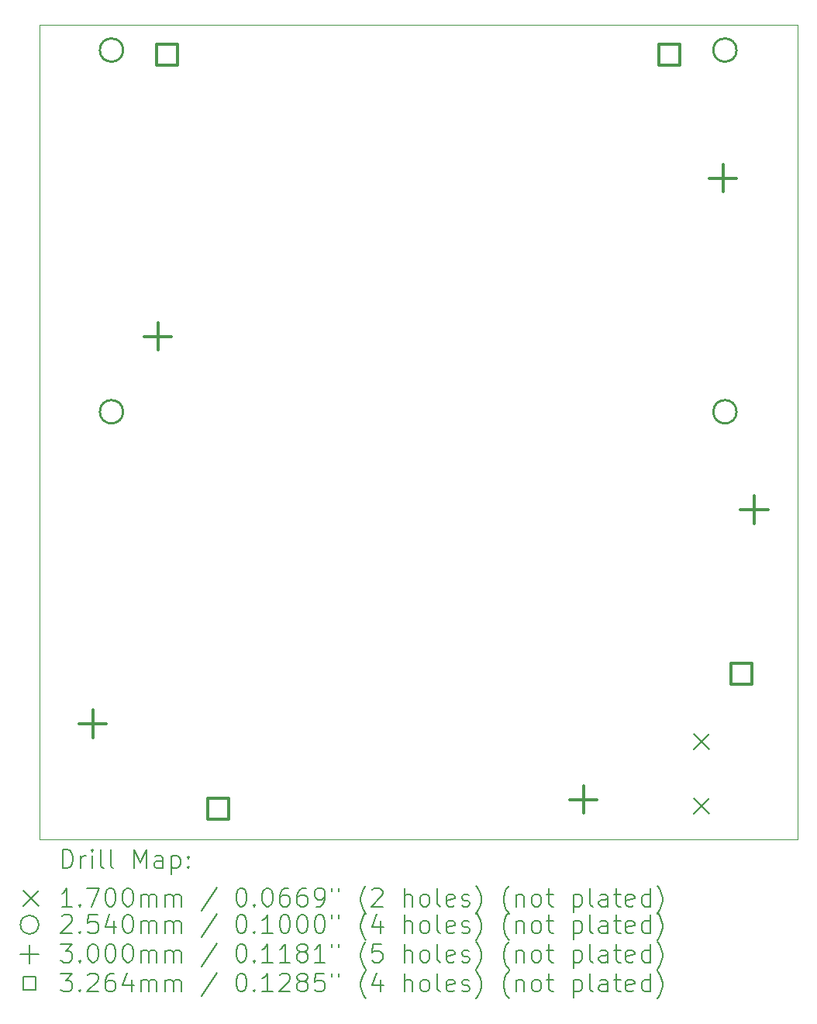
<source format=gbr>
%TF.GenerationSoftware,KiCad,Pcbnew,7.0.8*%
%TF.CreationDate,2023-10-08T14:38:24-06:00*%
%TF.ProjectId,metal detector test,6d657461-6c20-4646-9574-6563746f7220,V2*%
%TF.SameCoordinates,Original*%
%TF.FileFunction,Drillmap*%
%TF.FilePolarity,Positive*%
%FSLAX45Y45*%
G04 Gerber Fmt 4.5, Leading zero omitted, Abs format (unit mm)*
G04 Created by KiCad (PCBNEW 7.0.8) date 2023-10-08 14:38:24*
%MOMM*%
%LPD*%
G01*
G04 APERTURE LIST*
%ADD10C,0.100000*%
%ADD11C,0.200000*%
%ADD12C,0.170000*%
%ADD13C,0.254000*%
%ADD14C,0.300000*%
%ADD15C,0.326390*%
G04 APERTURE END LIST*
D10*
X0Y0D02*
X8280400Y0D01*
X8280400Y-8890000D01*
X0Y-8890000D01*
X0Y0D01*
D11*
D12*
X7152800Y-7745900D02*
X7322800Y-7915900D01*
X7322800Y-7745900D02*
X7152800Y-7915900D01*
X7152800Y-8445900D02*
X7322800Y-8615900D01*
X7322800Y-8445900D02*
X7152800Y-8615900D01*
D13*
X916940Y-279400D02*
G75*
G03*
X916940Y-279400I-127000J0D01*
G01*
X916940Y-4226560D02*
G75*
G03*
X916940Y-4226560I-127000J0D01*
G01*
X7617460Y-279400D02*
G75*
G03*
X7617460Y-279400I-127000J0D01*
G01*
X7617460Y-4226560D02*
G75*
G03*
X7617460Y-4226560I-127000J0D01*
G01*
D14*
X584200Y-7482700D02*
X584200Y-7782700D01*
X434200Y-7632700D02*
X734200Y-7632700D01*
X1295400Y-3253600D02*
X1295400Y-3553600D01*
X1145400Y-3403600D02*
X1445400Y-3403600D01*
X5943600Y-8308200D02*
X5943600Y-8608200D01*
X5793600Y-8458200D02*
X6093600Y-8458200D01*
X7467600Y-1526400D02*
X7467600Y-1826400D01*
X7317600Y-1676400D02*
X7617600Y-1676400D01*
X7810500Y-5145900D02*
X7810500Y-5445900D01*
X7660500Y-5295900D02*
X7960500Y-5295900D01*
D15*
X1512397Y-445597D02*
X1512397Y-214803D01*
X1281603Y-214803D01*
X1281603Y-445597D01*
X1512397Y-445597D01*
X2071197Y-8675197D02*
X2071197Y-8444403D01*
X1840403Y-8444403D01*
X1840403Y-8675197D01*
X2071197Y-8675197D01*
X6998797Y-445597D02*
X6998797Y-214803D01*
X6768003Y-214803D01*
X6768003Y-445597D01*
X6998797Y-445597D01*
X7786197Y-7201997D02*
X7786197Y-6971203D01*
X7555403Y-6971203D01*
X7555403Y-7201997D01*
X7786197Y-7201997D01*
D11*
X255777Y-9206484D02*
X255777Y-9006484D01*
X255777Y-9006484D02*
X303396Y-9006484D01*
X303396Y-9006484D02*
X331967Y-9016008D01*
X331967Y-9016008D02*
X351015Y-9035055D01*
X351015Y-9035055D02*
X360539Y-9054103D01*
X360539Y-9054103D02*
X370062Y-9092198D01*
X370062Y-9092198D02*
X370062Y-9120770D01*
X370062Y-9120770D02*
X360539Y-9158865D01*
X360539Y-9158865D02*
X351015Y-9177912D01*
X351015Y-9177912D02*
X331967Y-9196960D01*
X331967Y-9196960D02*
X303396Y-9206484D01*
X303396Y-9206484D02*
X255777Y-9206484D01*
X455777Y-9206484D02*
X455777Y-9073150D01*
X455777Y-9111246D02*
X465301Y-9092198D01*
X465301Y-9092198D02*
X474824Y-9082674D01*
X474824Y-9082674D02*
X493872Y-9073150D01*
X493872Y-9073150D02*
X512920Y-9073150D01*
X579586Y-9206484D02*
X579586Y-9073150D01*
X579586Y-9006484D02*
X570063Y-9016008D01*
X570063Y-9016008D02*
X579586Y-9025531D01*
X579586Y-9025531D02*
X589110Y-9016008D01*
X589110Y-9016008D02*
X579586Y-9006484D01*
X579586Y-9006484D02*
X579586Y-9025531D01*
X703396Y-9206484D02*
X684348Y-9196960D01*
X684348Y-9196960D02*
X674824Y-9177912D01*
X674824Y-9177912D02*
X674824Y-9006484D01*
X808158Y-9206484D02*
X789110Y-9196960D01*
X789110Y-9196960D02*
X779586Y-9177912D01*
X779586Y-9177912D02*
X779586Y-9006484D01*
X1036729Y-9206484D02*
X1036729Y-9006484D01*
X1036729Y-9006484D02*
X1103396Y-9149341D01*
X1103396Y-9149341D02*
X1170063Y-9006484D01*
X1170063Y-9006484D02*
X1170063Y-9206484D01*
X1351015Y-9206484D02*
X1351015Y-9101722D01*
X1351015Y-9101722D02*
X1341491Y-9082674D01*
X1341491Y-9082674D02*
X1322444Y-9073150D01*
X1322444Y-9073150D02*
X1284348Y-9073150D01*
X1284348Y-9073150D02*
X1265301Y-9082674D01*
X1351015Y-9196960D02*
X1331967Y-9206484D01*
X1331967Y-9206484D02*
X1284348Y-9206484D01*
X1284348Y-9206484D02*
X1265301Y-9196960D01*
X1265301Y-9196960D02*
X1255777Y-9177912D01*
X1255777Y-9177912D02*
X1255777Y-9158865D01*
X1255777Y-9158865D02*
X1265301Y-9139817D01*
X1265301Y-9139817D02*
X1284348Y-9130293D01*
X1284348Y-9130293D02*
X1331967Y-9130293D01*
X1331967Y-9130293D02*
X1351015Y-9120770D01*
X1446253Y-9073150D02*
X1446253Y-9273150D01*
X1446253Y-9082674D02*
X1465301Y-9073150D01*
X1465301Y-9073150D02*
X1503396Y-9073150D01*
X1503396Y-9073150D02*
X1522443Y-9082674D01*
X1522443Y-9082674D02*
X1531967Y-9092198D01*
X1531967Y-9092198D02*
X1541491Y-9111246D01*
X1541491Y-9111246D02*
X1541491Y-9168389D01*
X1541491Y-9168389D02*
X1531967Y-9187436D01*
X1531967Y-9187436D02*
X1522443Y-9196960D01*
X1522443Y-9196960D02*
X1503396Y-9206484D01*
X1503396Y-9206484D02*
X1465301Y-9206484D01*
X1465301Y-9206484D02*
X1446253Y-9196960D01*
X1627205Y-9187436D02*
X1636729Y-9196960D01*
X1636729Y-9196960D02*
X1627205Y-9206484D01*
X1627205Y-9206484D02*
X1617682Y-9196960D01*
X1617682Y-9196960D02*
X1627205Y-9187436D01*
X1627205Y-9187436D02*
X1627205Y-9206484D01*
X1627205Y-9082674D02*
X1636729Y-9092198D01*
X1636729Y-9092198D02*
X1627205Y-9101722D01*
X1627205Y-9101722D02*
X1617682Y-9092198D01*
X1617682Y-9092198D02*
X1627205Y-9082674D01*
X1627205Y-9082674D02*
X1627205Y-9101722D01*
D12*
X-175000Y-9450000D02*
X-5000Y-9620000D01*
X-5000Y-9450000D02*
X-175000Y-9620000D01*
D11*
X360539Y-9626484D02*
X246253Y-9626484D01*
X303396Y-9626484D02*
X303396Y-9426484D01*
X303396Y-9426484D02*
X284348Y-9455055D01*
X284348Y-9455055D02*
X265301Y-9474103D01*
X265301Y-9474103D02*
X246253Y-9483627D01*
X446253Y-9607436D02*
X455777Y-9616960D01*
X455777Y-9616960D02*
X446253Y-9626484D01*
X446253Y-9626484D02*
X436729Y-9616960D01*
X436729Y-9616960D02*
X446253Y-9607436D01*
X446253Y-9607436D02*
X446253Y-9626484D01*
X522443Y-9426484D02*
X655777Y-9426484D01*
X655777Y-9426484D02*
X570063Y-9626484D01*
X770062Y-9426484D02*
X789110Y-9426484D01*
X789110Y-9426484D02*
X808158Y-9436008D01*
X808158Y-9436008D02*
X817682Y-9445531D01*
X817682Y-9445531D02*
X827205Y-9464579D01*
X827205Y-9464579D02*
X836729Y-9502674D01*
X836729Y-9502674D02*
X836729Y-9550293D01*
X836729Y-9550293D02*
X827205Y-9588389D01*
X827205Y-9588389D02*
X817682Y-9607436D01*
X817682Y-9607436D02*
X808158Y-9616960D01*
X808158Y-9616960D02*
X789110Y-9626484D01*
X789110Y-9626484D02*
X770062Y-9626484D01*
X770062Y-9626484D02*
X751015Y-9616960D01*
X751015Y-9616960D02*
X741491Y-9607436D01*
X741491Y-9607436D02*
X731967Y-9588389D01*
X731967Y-9588389D02*
X722443Y-9550293D01*
X722443Y-9550293D02*
X722443Y-9502674D01*
X722443Y-9502674D02*
X731967Y-9464579D01*
X731967Y-9464579D02*
X741491Y-9445531D01*
X741491Y-9445531D02*
X751015Y-9436008D01*
X751015Y-9436008D02*
X770062Y-9426484D01*
X960539Y-9426484D02*
X979586Y-9426484D01*
X979586Y-9426484D02*
X998634Y-9436008D01*
X998634Y-9436008D02*
X1008158Y-9445531D01*
X1008158Y-9445531D02*
X1017682Y-9464579D01*
X1017682Y-9464579D02*
X1027205Y-9502674D01*
X1027205Y-9502674D02*
X1027205Y-9550293D01*
X1027205Y-9550293D02*
X1017682Y-9588389D01*
X1017682Y-9588389D02*
X1008158Y-9607436D01*
X1008158Y-9607436D02*
X998634Y-9616960D01*
X998634Y-9616960D02*
X979586Y-9626484D01*
X979586Y-9626484D02*
X960539Y-9626484D01*
X960539Y-9626484D02*
X941491Y-9616960D01*
X941491Y-9616960D02*
X931967Y-9607436D01*
X931967Y-9607436D02*
X922443Y-9588389D01*
X922443Y-9588389D02*
X912920Y-9550293D01*
X912920Y-9550293D02*
X912920Y-9502674D01*
X912920Y-9502674D02*
X922443Y-9464579D01*
X922443Y-9464579D02*
X931967Y-9445531D01*
X931967Y-9445531D02*
X941491Y-9436008D01*
X941491Y-9436008D02*
X960539Y-9426484D01*
X1112920Y-9626484D02*
X1112920Y-9493150D01*
X1112920Y-9512198D02*
X1122444Y-9502674D01*
X1122444Y-9502674D02*
X1141491Y-9493150D01*
X1141491Y-9493150D02*
X1170063Y-9493150D01*
X1170063Y-9493150D02*
X1189110Y-9502674D01*
X1189110Y-9502674D02*
X1198634Y-9521722D01*
X1198634Y-9521722D02*
X1198634Y-9626484D01*
X1198634Y-9521722D02*
X1208158Y-9502674D01*
X1208158Y-9502674D02*
X1227205Y-9493150D01*
X1227205Y-9493150D02*
X1255777Y-9493150D01*
X1255777Y-9493150D02*
X1274825Y-9502674D01*
X1274825Y-9502674D02*
X1284348Y-9521722D01*
X1284348Y-9521722D02*
X1284348Y-9626484D01*
X1379586Y-9626484D02*
X1379586Y-9493150D01*
X1379586Y-9512198D02*
X1389110Y-9502674D01*
X1389110Y-9502674D02*
X1408158Y-9493150D01*
X1408158Y-9493150D02*
X1436729Y-9493150D01*
X1436729Y-9493150D02*
X1455777Y-9502674D01*
X1455777Y-9502674D02*
X1465301Y-9521722D01*
X1465301Y-9521722D02*
X1465301Y-9626484D01*
X1465301Y-9521722D02*
X1474824Y-9502674D01*
X1474824Y-9502674D02*
X1493872Y-9493150D01*
X1493872Y-9493150D02*
X1522443Y-9493150D01*
X1522443Y-9493150D02*
X1541491Y-9502674D01*
X1541491Y-9502674D02*
X1551015Y-9521722D01*
X1551015Y-9521722D02*
X1551015Y-9626484D01*
X1941491Y-9416960D02*
X1770063Y-9674103D01*
X2198634Y-9426484D02*
X2217682Y-9426484D01*
X2217682Y-9426484D02*
X2236729Y-9436008D01*
X2236729Y-9436008D02*
X2246253Y-9445531D01*
X2246253Y-9445531D02*
X2255777Y-9464579D01*
X2255777Y-9464579D02*
X2265301Y-9502674D01*
X2265301Y-9502674D02*
X2265301Y-9550293D01*
X2265301Y-9550293D02*
X2255777Y-9588389D01*
X2255777Y-9588389D02*
X2246253Y-9607436D01*
X2246253Y-9607436D02*
X2236729Y-9616960D01*
X2236729Y-9616960D02*
X2217682Y-9626484D01*
X2217682Y-9626484D02*
X2198634Y-9626484D01*
X2198634Y-9626484D02*
X2179587Y-9616960D01*
X2179587Y-9616960D02*
X2170063Y-9607436D01*
X2170063Y-9607436D02*
X2160539Y-9588389D01*
X2160539Y-9588389D02*
X2151015Y-9550293D01*
X2151015Y-9550293D02*
X2151015Y-9502674D01*
X2151015Y-9502674D02*
X2160539Y-9464579D01*
X2160539Y-9464579D02*
X2170063Y-9445531D01*
X2170063Y-9445531D02*
X2179587Y-9436008D01*
X2179587Y-9436008D02*
X2198634Y-9426484D01*
X2351015Y-9607436D02*
X2360539Y-9616960D01*
X2360539Y-9616960D02*
X2351015Y-9626484D01*
X2351015Y-9626484D02*
X2341491Y-9616960D01*
X2341491Y-9616960D02*
X2351015Y-9607436D01*
X2351015Y-9607436D02*
X2351015Y-9626484D01*
X2484348Y-9426484D02*
X2503396Y-9426484D01*
X2503396Y-9426484D02*
X2522444Y-9436008D01*
X2522444Y-9436008D02*
X2531968Y-9445531D01*
X2531968Y-9445531D02*
X2541491Y-9464579D01*
X2541491Y-9464579D02*
X2551015Y-9502674D01*
X2551015Y-9502674D02*
X2551015Y-9550293D01*
X2551015Y-9550293D02*
X2541491Y-9588389D01*
X2541491Y-9588389D02*
X2531968Y-9607436D01*
X2531968Y-9607436D02*
X2522444Y-9616960D01*
X2522444Y-9616960D02*
X2503396Y-9626484D01*
X2503396Y-9626484D02*
X2484348Y-9626484D01*
X2484348Y-9626484D02*
X2465301Y-9616960D01*
X2465301Y-9616960D02*
X2455777Y-9607436D01*
X2455777Y-9607436D02*
X2446253Y-9588389D01*
X2446253Y-9588389D02*
X2436729Y-9550293D01*
X2436729Y-9550293D02*
X2436729Y-9502674D01*
X2436729Y-9502674D02*
X2446253Y-9464579D01*
X2446253Y-9464579D02*
X2455777Y-9445531D01*
X2455777Y-9445531D02*
X2465301Y-9436008D01*
X2465301Y-9436008D02*
X2484348Y-9426484D01*
X2722444Y-9426484D02*
X2684348Y-9426484D01*
X2684348Y-9426484D02*
X2665301Y-9436008D01*
X2665301Y-9436008D02*
X2655777Y-9445531D01*
X2655777Y-9445531D02*
X2636729Y-9474103D01*
X2636729Y-9474103D02*
X2627206Y-9512198D01*
X2627206Y-9512198D02*
X2627206Y-9588389D01*
X2627206Y-9588389D02*
X2636729Y-9607436D01*
X2636729Y-9607436D02*
X2646253Y-9616960D01*
X2646253Y-9616960D02*
X2665301Y-9626484D01*
X2665301Y-9626484D02*
X2703396Y-9626484D01*
X2703396Y-9626484D02*
X2722444Y-9616960D01*
X2722444Y-9616960D02*
X2731968Y-9607436D01*
X2731968Y-9607436D02*
X2741491Y-9588389D01*
X2741491Y-9588389D02*
X2741491Y-9540770D01*
X2741491Y-9540770D02*
X2731968Y-9521722D01*
X2731968Y-9521722D02*
X2722444Y-9512198D01*
X2722444Y-9512198D02*
X2703396Y-9502674D01*
X2703396Y-9502674D02*
X2665301Y-9502674D01*
X2665301Y-9502674D02*
X2646253Y-9512198D01*
X2646253Y-9512198D02*
X2636729Y-9521722D01*
X2636729Y-9521722D02*
X2627206Y-9540770D01*
X2912920Y-9426484D02*
X2874825Y-9426484D01*
X2874825Y-9426484D02*
X2855777Y-9436008D01*
X2855777Y-9436008D02*
X2846253Y-9445531D01*
X2846253Y-9445531D02*
X2827206Y-9474103D01*
X2827206Y-9474103D02*
X2817682Y-9512198D01*
X2817682Y-9512198D02*
X2817682Y-9588389D01*
X2817682Y-9588389D02*
X2827206Y-9607436D01*
X2827206Y-9607436D02*
X2836729Y-9616960D01*
X2836729Y-9616960D02*
X2855777Y-9626484D01*
X2855777Y-9626484D02*
X2893872Y-9626484D01*
X2893872Y-9626484D02*
X2912920Y-9616960D01*
X2912920Y-9616960D02*
X2922444Y-9607436D01*
X2922444Y-9607436D02*
X2931967Y-9588389D01*
X2931967Y-9588389D02*
X2931967Y-9540770D01*
X2931967Y-9540770D02*
X2922444Y-9521722D01*
X2922444Y-9521722D02*
X2912920Y-9512198D01*
X2912920Y-9512198D02*
X2893872Y-9502674D01*
X2893872Y-9502674D02*
X2855777Y-9502674D01*
X2855777Y-9502674D02*
X2836729Y-9512198D01*
X2836729Y-9512198D02*
X2827206Y-9521722D01*
X2827206Y-9521722D02*
X2817682Y-9540770D01*
X3027206Y-9626484D02*
X3065301Y-9626484D01*
X3065301Y-9626484D02*
X3084348Y-9616960D01*
X3084348Y-9616960D02*
X3093872Y-9607436D01*
X3093872Y-9607436D02*
X3112920Y-9578865D01*
X3112920Y-9578865D02*
X3122444Y-9540770D01*
X3122444Y-9540770D02*
X3122444Y-9464579D01*
X3122444Y-9464579D02*
X3112920Y-9445531D01*
X3112920Y-9445531D02*
X3103396Y-9436008D01*
X3103396Y-9436008D02*
X3084348Y-9426484D01*
X3084348Y-9426484D02*
X3046253Y-9426484D01*
X3046253Y-9426484D02*
X3027206Y-9436008D01*
X3027206Y-9436008D02*
X3017682Y-9445531D01*
X3017682Y-9445531D02*
X3008158Y-9464579D01*
X3008158Y-9464579D02*
X3008158Y-9512198D01*
X3008158Y-9512198D02*
X3017682Y-9531246D01*
X3017682Y-9531246D02*
X3027206Y-9540770D01*
X3027206Y-9540770D02*
X3046253Y-9550293D01*
X3046253Y-9550293D02*
X3084348Y-9550293D01*
X3084348Y-9550293D02*
X3103396Y-9540770D01*
X3103396Y-9540770D02*
X3112920Y-9531246D01*
X3112920Y-9531246D02*
X3122444Y-9512198D01*
X3198634Y-9426484D02*
X3198634Y-9464579D01*
X3274825Y-9426484D02*
X3274825Y-9464579D01*
X3570063Y-9702674D02*
X3560539Y-9693150D01*
X3560539Y-9693150D02*
X3541491Y-9664579D01*
X3541491Y-9664579D02*
X3531968Y-9645531D01*
X3531968Y-9645531D02*
X3522444Y-9616960D01*
X3522444Y-9616960D02*
X3512920Y-9569341D01*
X3512920Y-9569341D02*
X3512920Y-9531246D01*
X3512920Y-9531246D02*
X3522444Y-9483627D01*
X3522444Y-9483627D02*
X3531968Y-9455055D01*
X3531968Y-9455055D02*
X3541491Y-9436008D01*
X3541491Y-9436008D02*
X3560539Y-9407436D01*
X3560539Y-9407436D02*
X3570063Y-9397912D01*
X3636729Y-9445531D02*
X3646253Y-9436008D01*
X3646253Y-9436008D02*
X3665301Y-9426484D01*
X3665301Y-9426484D02*
X3712920Y-9426484D01*
X3712920Y-9426484D02*
X3731968Y-9436008D01*
X3731968Y-9436008D02*
X3741491Y-9445531D01*
X3741491Y-9445531D02*
X3751015Y-9464579D01*
X3751015Y-9464579D02*
X3751015Y-9483627D01*
X3751015Y-9483627D02*
X3741491Y-9512198D01*
X3741491Y-9512198D02*
X3627206Y-9626484D01*
X3627206Y-9626484D02*
X3751015Y-9626484D01*
X3989110Y-9626484D02*
X3989110Y-9426484D01*
X4074825Y-9626484D02*
X4074825Y-9521722D01*
X4074825Y-9521722D02*
X4065301Y-9502674D01*
X4065301Y-9502674D02*
X4046253Y-9493150D01*
X4046253Y-9493150D02*
X4017682Y-9493150D01*
X4017682Y-9493150D02*
X3998634Y-9502674D01*
X3998634Y-9502674D02*
X3989110Y-9512198D01*
X4198634Y-9626484D02*
X4179587Y-9616960D01*
X4179587Y-9616960D02*
X4170063Y-9607436D01*
X4170063Y-9607436D02*
X4160539Y-9588389D01*
X4160539Y-9588389D02*
X4160539Y-9531246D01*
X4160539Y-9531246D02*
X4170063Y-9512198D01*
X4170063Y-9512198D02*
X4179587Y-9502674D01*
X4179587Y-9502674D02*
X4198634Y-9493150D01*
X4198634Y-9493150D02*
X4227206Y-9493150D01*
X4227206Y-9493150D02*
X4246253Y-9502674D01*
X4246253Y-9502674D02*
X4255777Y-9512198D01*
X4255777Y-9512198D02*
X4265301Y-9531246D01*
X4265301Y-9531246D02*
X4265301Y-9588389D01*
X4265301Y-9588389D02*
X4255777Y-9607436D01*
X4255777Y-9607436D02*
X4246253Y-9616960D01*
X4246253Y-9616960D02*
X4227206Y-9626484D01*
X4227206Y-9626484D02*
X4198634Y-9626484D01*
X4379587Y-9626484D02*
X4360539Y-9616960D01*
X4360539Y-9616960D02*
X4351015Y-9597912D01*
X4351015Y-9597912D02*
X4351015Y-9426484D01*
X4531968Y-9616960D02*
X4512920Y-9626484D01*
X4512920Y-9626484D02*
X4474825Y-9626484D01*
X4474825Y-9626484D02*
X4455777Y-9616960D01*
X4455777Y-9616960D02*
X4446253Y-9597912D01*
X4446253Y-9597912D02*
X4446253Y-9521722D01*
X4446253Y-9521722D02*
X4455777Y-9502674D01*
X4455777Y-9502674D02*
X4474825Y-9493150D01*
X4474825Y-9493150D02*
X4512920Y-9493150D01*
X4512920Y-9493150D02*
X4531968Y-9502674D01*
X4531968Y-9502674D02*
X4541492Y-9521722D01*
X4541492Y-9521722D02*
X4541492Y-9540770D01*
X4541492Y-9540770D02*
X4446253Y-9559817D01*
X4617682Y-9616960D02*
X4636730Y-9626484D01*
X4636730Y-9626484D02*
X4674825Y-9626484D01*
X4674825Y-9626484D02*
X4693873Y-9616960D01*
X4693873Y-9616960D02*
X4703396Y-9597912D01*
X4703396Y-9597912D02*
X4703396Y-9588389D01*
X4703396Y-9588389D02*
X4693873Y-9569341D01*
X4693873Y-9569341D02*
X4674825Y-9559817D01*
X4674825Y-9559817D02*
X4646253Y-9559817D01*
X4646253Y-9559817D02*
X4627206Y-9550293D01*
X4627206Y-9550293D02*
X4617682Y-9531246D01*
X4617682Y-9531246D02*
X4617682Y-9521722D01*
X4617682Y-9521722D02*
X4627206Y-9502674D01*
X4627206Y-9502674D02*
X4646253Y-9493150D01*
X4646253Y-9493150D02*
X4674825Y-9493150D01*
X4674825Y-9493150D02*
X4693873Y-9502674D01*
X4770063Y-9702674D02*
X4779587Y-9693150D01*
X4779587Y-9693150D02*
X4798634Y-9664579D01*
X4798634Y-9664579D02*
X4808158Y-9645531D01*
X4808158Y-9645531D02*
X4817682Y-9616960D01*
X4817682Y-9616960D02*
X4827206Y-9569341D01*
X4827206Y-9569341D02*
X4827206Y-9531246D01*
X4827206Y-9531246D02*
X4817682Y-9483627D01*
X4817682Y-9483627D02*
X4808158Y-9455055D01*
X4808158Y-9455055D02*
X4798634Y-9436008D01*
X4798634Y-9436008D02*
X4779587Y-9407436D01*
X4779587Y-9407436D02*
X4770063Y-9397912D01*
X5131968Y-9702674D02*
X5122444Y-9693150D01*
X5122444Y-9693150D02*
X5103396Y-9664579D01*
X5103396Y-9664579D02*
X5093873Y-9645531D01*
X5093873Y-9645531D02*
X5084349Y-9616960D01*
X5084349Y-9616960D02*
X5074825Y-9569341D01*
X5074825Y-9569341D02*
X5074825Y-9531246D01*
X5074825Y-9531246D02*
X5084349Y-9483627D01*
X5084349Y-9483627D02*
X5093873Y-9455055D01*
X5093873Y-9455055D02*
X5103396Y-9436008D01*
X5103396Y-9436008D02*
X5122444Y-9407436D01*
X5122444Y-9407436D02*
X5131968Y-9397912D01*
X5208158Y-9493150D02*
X5208158Y-9626484D01*
X5208158Y-9512198D02*
X5217682Y-9502674D01*
X5217682Y-9502674D02*
X5236730Y-9493150D01*
X5236730Y-9493150D02*
X5265301Y-9493150D01*
X5265301Y-9493150D02*
X5284349Y-9502674D01*
X5284349Y-9502674D02*
X5293873Y-9521722D01*
X5293873Y-9521722D02*
X5293873Y-9626484D01*
X5417682Y-9626484D02*
X5398634Y-9616960D01*
X5398634Y-9616960D02*
X5389111Y-9607436D01*
X5389111Y-9607436D02*
X5379587Y-9588389D01*
X5379587Y-9588389D02*
X5379587Y-9531246D01*
X5379587Y-9531246D02*
X5389111Y-9512198D01*
X5389111Y-9512198D02*
X5398634Y-9502674D01*
X5398634Y-9502674D02*
X5417682Y-9493150D01*
X5417682Y-9493150D02*
X5446254Y-9493150D01*
X5446254Y-9493150D02*
X5465301Y-9502674D01*
X5465301Y-9502674D02*
X5474825Y-9512198D01*
X5474825Y-9512198D02*
X5484349Y-9531246D01*
X5484349Y-9531246D02*
X5484349Y-9588389D01*
X5484349Y-9588389D02*
X5474825Y-9607436D01*
X5474825Y-9607436D02*
X5465301Y-9616960D01*
X5465301Y-9616960D02*
X5446254Y-9626484D01*
X5446254Y-9626484D02*
X5417682Y-9626484D01*
X5541492Y-9493150D02*
X5617682Y-9493150D01*
X5570063Y-9426484D02*
X5570063Y-9597912D01*
X5570063Y-9597912D02*
X5579587Y-9616960D01*
X5579587Y-9616960D02*
X5598634Y-9626484D01*
X5598634Y-9626484D02*
X5617682Y-9626484D01*
X5836730Y-9493150D02*
X5836730Y-9693150D01*
X5836730Y-9502674D02*
X5855777Y-9493150D01*
X5855777Y-9493150D02*
X5893873Y-9493150D01*
X5893873Y-9493150D02*
X5912920Y-9502674D01*
X5912920Y-9502674D02*
X5922444Y-9512198D01*
X5922444Y-9512198D02*
X5931968Y-9531246D01*
X5931968Y-9531246D02*
X5931968Y-9588389D01*
X5931968Y-9588389D02*
X5922444Y-9607436D01*
X5922444Y-9607436D02*
X5912920Y-9616960D01*
X5912920Y-9616960D02*
X5893873Y-9626484D01*
X5893873Y-9626484D02*
X5855777Y-9626484D01*
X5855777Y-9626484D02*
X5836730Y-9616960D01*
X6046253Y-9626484D02*
X6027206Y-9616960D01*
X6027206Y-9616960D02*
X6017682Y-9597912D01*
X6017682Y-9597912D02*
X6017682Y-9426484D01*
X6208158Y-9626484D02*
X6208158Y-9521722D01*
X6208158Y-9521722D02*
X6198634Y-9502674D01*
X6198634Y-9502674D02*
X6179587Y-9493150D01*
X6179587Y-9493150D02*
X6141492Y-9493150D01*
X6141492Y-9493150D02*
X6122444Y-9502674D01*
X6208158Y-9616960D02*
X6189111Y-9626484D01*
X6189111Y-9626484D02*
X6141492Y-9626484D01*
X6141492Y-9626484D02*
X6122444Y-9616960D01*
X6122444Y-9616960D02*
X6112920Y-9597912D01*
X6112920Y-9597912D02*
X6112920Y-9578865D01*
X6112920Y-9578865D02*
X6122444Y-9559817D01*
X6122444Y-9559817D02*
X6141492Y-9550293D01*
X6141492Y-9550293D02*
X6189111Y-9550293D01*
X6189111Y-9550293D02*
X6208158Y-9540770D01*
X6274825Y-9493150D02*
X6351015Y-9493150D01*
X6303396Y-9426484D02*
X6303396Y-9597912D01*
X6303396Y-9597912D02*
X6312920Y-9616960D01*
X6312920Y-9616960D02*
X6331968Y-9626484D01*
X6331968Y-9626484D02*
X6351015Y-9626484D01*
X6493873Y-9616960D02*
X6474825Y-9626484D01*
X6474825Y-9626484D02*
X6436730Y-9626484D01*
X6436730Y-9626484D02*
X6417682Y-9616960D01*
X6417682Y-9616960D02*
X6408158Y-9597912D01*
X6408158Y-9597912D02*
X6408158Y-9521722D01*
X6408158Y-9521722D02*
X6417682Y-9502674D01*
X6417682Y-9502674D02*
X6436730Y-9493150D01*
X6436730Y-9493150D02*
X6474825Y-9493150D01*
X6474825Y-9493150D02*
X6493873Y-9502674D01*
X6493873Y-9502674D02*
X6503396Y-9521722D01*
X6503396Y-9521722D02*
X6503396Y-9540770D01*
X6503396Y-9540770D02*
X6408158Y-9559817D01*
X6674825Y-9626484D02*
X6674825Y-9426484D01*
X6674825Y-9616960D02*
X6655777Y-9626484D01*
X6655777Y-9626484D02*
X6617682Y-9626484D01*
X6617682Y-9626484D02*
X6598634Y-9616960D01*
X6598634Y-9616960D02*
X6589111Y-9607436D01*
X6589111Y-9607436D02*
X6579587Y-9588389D01*
X6579587Y-9588389D02*
X6579587Y-9531246D01*
X6579587Y-9531246D02*
X6589111Y-9512198D01*
X6589111Y-9512198D02*
X6598634Y-9502674D01*
X6598634Y-9502674D02*
X6617682Y-9493150D01*
X6617682Y-9493150D02*
X6655777Y-9493150D01*
X6655777Y-9493150D02*
X6674825Y-9502674D01*
X6751015Y-9702674D02*
X6760539Y-9693150D01*
X6760539Y-9693150D02*
X6779587Y-9664579D01*
X6779587Y-9664579D02*
X6789111Y-9645531D01*
X6789111Y-9645531D02*
X6798634Y-9616960D01*
X6798634Y-9616960D02*
X6808158Y-9569341D01*
X6808158Y-9569341D02*
X6808158Y-9531246D01*
X6808158Y-9531246D02*
X6798634Y-9483627D01*
X6798634Y-9483627D02*
X6789111Y-9455055D01*
X6789111Y-9455055D02*
X6779587Y-9436008D01*
X6779587Y-9436008D02*
X6760539Y-9407436D01*
X6760539Y-9407436D02*
X6751015Y-9397912D01*
X-5000Y-9825000D02*
G75*
G03*
X-5000Y-9825000I-100000J0D01*
G01*
X246253Y-9735531D02*
X255777Y-9726008D01*
X255777Y-9726008D02*
X274824Y-9716484D01*
X274824Y-9716484D02*
X322444Y-9716484D01*
X322444Y-9716484D02*
X341491Y-9726008D01*
X341491Y-9726008D02*
X351015Y-9735531D01*
X351015Y-9735531D02*
X360539Y-9754579D01*
X360539Y-9754579D02*
X360539Y-9773627D01*
X360539Y-9773627D02*
X351015Y-9802198D01*
X351015Y-9802198D02*
X236729Y-9916484D01*
X236729Y-9916484D02*
X360539Y-9916484D01*
X446253Y-9897436D02*
X455777Y-9906960D01*
X455777Y-9906960D02*
X446253Y-9916484D01*
X446253Y-9916484D02*
X436729Y-9906960D01*
X436729Y-9906960D02*
X446253Y-9897436D01*
X446253Y-9897436D02*
X446253Y-9916484D01*
X636729Y-9716484D02*
X541491Y-9716484D01*
X541491Y-9716484D02*
X531967Y-9811722D01*
X531967Y-9811722D02*
X541491Y-9802198D01*
X541491Y-9802198D02*
X560539Y-9792674D01*
X560539Y-9792674D02*
X608158Y-9792674D01*
X608158Y-9792674D02*
X627205Y-9802198D01*
X627205Y-9802198D02*
X636729Y-9811722D01*
X636729Y-9811722D02*
X646253Y-9830770D01*
X646253Y-9830770D02*
X646253Y-9878389D01*
X646253Y-9878389D02*
X636729Y-9897436D01*
X636729Y-9897436D02*
X627205Y-9906960D01*
X627205Y-9906960D02*
X608158Y-9916484D01*
X608158Y-9916484D02*
X560539Y-9916484D01*
X560539Y-9916484D02*
X541491Y-9906960D01*
X541491Y-9906960D02*
X531967Y-9897436D01*
X817682Y-9783150D02*
X817682Y-9916484D01*
X770062Y-9706960D02*
X722443Y-9849817D01*
X722443Y-9849817D02*
X846253Y-9849817D01*
X960539Y-9716484D02*
X979586Y-9716484D01*
X979586Y-9716484D02*
X998634Y-9726008D01*
X998634Y-9726008D02*
X1008158Y-9735531D01*
X1008158Y-9735531D02*
X1017682Y-9754579D01*
X1017682Y-9754579D02*
X1027205Y-9792674D01*
X1027205Y-9792674D02*
X1027205Y-9840293D01*
X1027205Y-9840293D02*
X1017682Y-9878389D01*
X1017682Y-9878389D02*
X1008158Y-9897436D01*
X1008158Y-9897436D02*
X998634Y-9906960D01*
X998634Y-9906960D02*
X979586Y-9916484D01*
X979586Y-9916484D02*
X960539Y-9916484D01*
X960539Y-9916484D02*
X941491Y-9906960D01*
X941491Y-9906960D02*
X931967Y-9897436D01*
X931967Y-9897436D02*
X922443Y-9878389D01*
X922443Y-9878389D02*
X912920Y-9840293D01*
X912920Y-9840293D02*
X912920Y-9792674D01*
X912920Y-9792674D02*
X922443Y-9754579D01*
X922443Y-9754579D02*
X931967Y-9735531D01*
X931967Y-9735531D02*
X941491Y-9726008D01*
X941491Y-9726008D02*
X960539Y-9716484D01*
X1112920Y-9916484D02*
X1112920Y-9783150D01*
X1112920Y-9802198D02*
X1122444Y-9792674D01*
X1122444Y-9792674D02*
X1141491Y-9783150D01*
X1141491Y-9783150D02*
X1170063Y-9783150D01*
X1170063Y-9783150D02*
X1189110Y-9792674D01*
X1189110Y-9792674D02*
X1198634Y-9811722D01*
X1198634Y-9811722D02*
X1198634Y-9916484D01*
X1198634Y-9811722D02*
X1208158Y-9792674D01*
X1208158Y-9792674D02*
X1227205Y-9783150D01*
X1227205Y-9783150D02*
X1255777Y-9783150D01*
X1255777Y-9783150D02*
X1274825Y-9792674D01*
X1274825Y-9792674D02*
X1284348Y-9811722D01*
X1284348Y-9811722D02*
X1284348Y-9916484D01*
X1379586Y-9916484D02*
X1379586Y-9783150D01*
X1379586Y-9802198D02*
X1389110Y-9792674D01*
X1389110Y-9792674D02*
X1408158Y-9783150D01*
X1408158Y-9783150D02*
X1436729Y-9783150D01*
X1436729Y-9783150D02*
X1455777Y-9792674D01*
X1455777Y-9792674D02*
X1465301Y-9811722D01*
X1465301Y-9811722D02*
X1465301Y-9916484D01*
X1465301Y-9811722D02*
X1474824Y-9792674D01*
X1474824Y-9792674D02*
X1493872Y-9783150D01*
X1493872Y-9783150D02*
X1522443Y-9783150D01*
X1522443Y-9783150D02*
X1541491Y-9792674D01*
X1541491Y-9792674D02*
X1551015Y-9811722D01*
X1551015Y-9811722D02*
X1551015Y-9916484D01*
X1941491Y-9706960D02*
X1770063Y-9964103D01*
X2198634Y-9716484D02*
X2217682Y-9716484D01*
X2217682Y-9716484D02*
X2236729Y-9726008D01*
X2236729Y-9726008D02*
X2246253Y-9735531D01*
X2246253Y-9735531D02*
X2255777Y-9754579D01*
X2255777Y-9754579D02*
X2265301Y-9792674D01*
X2265301Y-9792674D02*
X2265301Y-9840293D01*
X2265301Y-9840293D02*
X2255777Y-9878389D01*
X2255777Y-9878389D02*
X2246253Y-9897436D01*
X2246253Y-9897436D02*
X2236729Y-9906960D01*
X2236729Y-9906960D02*
X2217682Y-9916484D01*
X2217682Y-9916484D02*
X2198634Y-9916484D01*
X2198634Y-9916484D02*
X2179587Y-9906960D01*
X2179587Y-9906960D02*
X2170063Y-9897436D01*
X2170063Y-9897436D02*
X2160539Y-9878389D01*
X2160539Y-9878389D02*
X2151015Y-9840293D01*
X2151015Y-9840293D02*
X2151015Y-9792674D01*
X2151015Y-9792674D02*
X2160539Y-9754579D01*
X2160539Y-9754579D02*
X2170063Y-9735531D01*
X2170063Y-9735531D02*
X2179587Y-9726008D01*
X2179587Y-9726008D02*
X2198634Y-9716484D01*
X2351015Y-9897436D02*
X2360539Y-9906960D01*
X2360539Y-9906960D02*
X2351015Y-9916484D01*
X2351015Y-9916484D02*
X2341491Y-9906960D01*
X2341491Y-9906960D02*
X2351015Y-9897436D01*
X2351015Y-9897436D02*
X2351015Y-9916484D01*
X2551015Y-9916484D02*
X2436729Y-9916484D01*
X2493872Y-9916484D02*
X2493872Y-9716484D01*
X2493872Y-9716484D02*
X2474825Y-9745055D01*
X2474825Y-9745055D02*
X2455777Y-9764103D01*
X2455777Y-9764103D02*
X2436729Y-9773627D01*
X2674825Y-9716484D02*
X2693872Y-9716484D01*
X2693872Y-9716484D02*
X2712920Y-9726008D01*
X2712920Y-9726008D02*
X2722444Y-9735531D01*
X2722444Y-9735531D02*
X2731968Y-9754579D01*
X2731968Y-9754579D02*
X2741491Y-9792674D01*
X2741491Y-9792674D02*
X2741491Y-9840293D01*
X2741491Y-9840293D02*
X2731968Y-9878389D01*
X2731968Y-9878389D02*
X2722444Y-9897436D01*
X2722444Y-9897436D02*
X2712920Y-9906960D01*
X2712920Y-9906960D02*
X2693872Y-9916484D01*
X2693872Y-9916484D02*
X2674825Y-9916484D01*
X2674825Y-9916484D02*
X2655777Y-9906960D01*
X2655777Y-9906960D02*
X2646253Y-9897436D01*
X2646253Y-9897436D02*
X2636729Y-9878389D01*
X2636729Y-9878389D02*
X2627206Y-9840293D01*
X2627206Y-9840293D02*
X2627206Y-9792674D01*
X2627206Y-9792674D02*
X2636729Y-9754579D01*
X2636729Y-9754579D02*
X2646253Y-9735531D01*
X2646253Y-9735531D02*
X2655777Y-9726008D01*
X2655777Y-9726008D02*
X2674825Y-9716484D01*
X2865301Y-9716484D02*
X2884348Y-9716484D01*
X2884348Y-9716484D02*
X2903396Y-9726008D01*
X2903396Y-9726008D02*
X2912920Y-9735531D01*
X2912920Y-9735531D02*
X2922444Y-9754579D01*
X2922444Y-9754579D02*
X2931967Y-9792674D01*
X2931967Y-9792674D02*
X2931967Y-9840293D01*
X2931967Y-9840293D02*
X2922444Y-9878389D01*
X2922444Y-9878389D02*
X2912920Y-9897436D01*
X2912920Y-9897436D02*
X2903396Y-9906960D01*
X2903396Y-9906960D02*
X2884348Y-9916484D01*
X2884348Y-9916484D02*
X2865301Y-9916484D01*
X2865301Y-9916484D02*
X2846253Y-9906960D01*
X2846253Y-9906960D02*
X2836729Y-9897436D01*
X2836729Y-9897436D02*
X2827206Y-9878389D01*
X2827206Y-9878389D02*
X2817682Y-9840293D01*
X2817682Y-9840293D02*
X2817682Y-9792674D01*
X2817682Y-9792674D02*
X2827206Y-9754579D01*
X2827206Y-9754579D02*
X2836729Y-9735531D01*
X2836729Y-9735531D02*
X2846253Y-9726008D01*
X2846253Y-9726008D02*
X2865301Y-9716484D01*
X3055777Y-9716484D02*
X3074825Y-9716484D01*
X3074825Y-9716484D02*
X3093872Y-9726008D01*
X3093872Y-9726008D02*
X3103396Y-9735531D01*
X3103396Y-9735531D02*
X3112920Y-9754579D01*
X3112920Y-9754579D02*
X3122444Y-9792674D01*
X3122444Y-9792674D02*
X3122444Y-9840293D01*
X3122444Y-9840293D02*
X3112920Y-9878389D01*
X3112920Y-9878389D02*
X3103396Y-9897436D01*
X3103396Y-9897436D02*
X3093872Y-9906960D01*
X3093872Y-9906960D02*
X3074825Y-9916484D01*
X3074825Y-9916484D02*
X3055777Y-9916484D01*
X3055777Y-9916484D02*
X3036729Y-9906960D01*
X3036729Y-9906960D02*
X3027206Y-9897436D01*
X3027206Y-9897436D02*
X3017682Y-9878389D01*
X3017682Y-9878389D02*
X3008158Y-9840293D01*
X3008158Y-9840293D02*
X3008158Y-9792674D01*
X3008158Y-9792674D02*
X3017682Y-9754579D01*
X3017682Y-9754579D02*
X3027206Y-9735531D01*
X3027206Y-9735531D02*
X3036729Y-9726008D01*
X3036729Y-9726008D02*
X3055777Y-9716484D01*
X3198634Y-9716484D02*
X3198634Y-9754579D01*
X3274825Y-9716484D02*
X3274825Y-9754579D01*
X3570063Y-9992674D02*
X3560539Y-9983150D01*
X3560539Y-9983150D02*
X3541491Y-9954579D01*
X3541491Y-9954579D02*
X3531968Y-9935531D01*
X3531968Y-9935531D02*
X3522444Y-9906960D01*
X3522444Y-9906960D02*
X3512920Y-9859341D01*
X3512920Y-9859341D02*
X3512920Y-9821246D01*
X3512920Y-9821246D02*
X3522444Y-9773627D01*
X3522444Y-9773627D02*
X3531968Y-9745055D01*
X3531968Y-9745055D02*
X3541491Y-9726008D01*
X3541491Y-9726008D02*
X3560539Y-9697436D01*
X3560539Y-9697436D02*
X3570063Y-9687912D01*
X3731968Y-9783150D02*
X3731968Y-9916484D01*
X3684348Y-9706960D02*
X3636729Y-9849817D01*
X3636729Y-9849817D02*
X3760539Y-9849817D01*
X3989110Y-9916484D02*
X3989110Y-9716484D01*
X4074825Y-9916484D02*
X4074825Y-9811722D01*
X4074825Y-9811722D02*
X4065301Y-9792674D01*
X4065301Y-9792674D02*
X4046253Y-9783150D01*
X4046253Y-9783150D02*
X4017682Y-9783150D01*
X4017682Y-9783150D02*
X3998634Y-9792674D01*
X3998634Y-9792674D02*
X3989110Y-9802198D01*
X4198634Y-9916484D02*
X4179587Y-9906960D01*
X4179587Y-9906960D02*
X4170063Y-9897436D01*
X4170063Y-9897436D02*
X4160539Y-9878389D01*
X4160539Y-9878389D02*
X4160539Y-9821246D01*
X4160539Y-9821246D02*
X4170063Y-9802198D01*
X4170063Y-9802198D02*
X4179587Y-9792674D01*
X4179587Y-9792674D02*
X4198634Y-9783150D01*
X4198634Y-9783150D02*
X4227206Y-9783150D01*
X4227206Y-9783150D02*
X4246253Y-9792674D01*
X4246253Y-9792674D02*
X4255777Y-9802198D01*
X4255777Y-9802198D02*
X4265301Y-9821246D01*
X4265301Y-9821246D02*
X4265301Y-9878389D01*
X4265301Y-9878389D02*
X4255777Y-9897436D01*
X4255777Y-9897436D02*
X4246253Y-9906960D01*
X4246253Y-9906960D02*
X4227206Y-9916484D01*
X4227206Y-9916484D02*
X4198634Y-9916484D01*
X4379587Y-9916484D02*
X4360539Y-9906960D01*
X4360539Y-9906960D02*
X4351015Y-9887912D01*
X4351015Y-9887912D02*
X4351015Y-9716484D01*
X4531968Y-9906960D02*
X4512920Y-9916484D01*
X4512920Y-9916484D02*
X4474825Y-9916484D01*
X4474825Y-9916484D02*
X4455777Y-9906960D01*
X4455777Y-9906960D02*
X4446253Y-9887912D01*
X4446253Y-9887912D02*
X4446253Y-9811722D01*
X4446253Y-9811722D02*
X4455777Y-9792674D01*
X4455777Y-9792674D02*
X4474825Y-9783150D01*
X4474825Y-9783150D02*
X4512920Y-9783150D01*
X4512920Y-9783150D02*
X4531968Y-9792674D01*
X4531968Y-9792674D02*
X4541492Y-9811722D01*
X4541492Y-9811722D02*
X4541492Y-9830770D01*
X4541492Y-9830770D02*
X4446253Y-9849817D01*
X4617682Y-9906960D02*
X4636730Y-9916484D01*
X4636730Y-9916484D02*
X4674825Y-9916484D01*
X4674825Y-9916484D02*
X4693873Y-9906960D01*
X4693873Y-9906960D02*
X4703396Y-9887912D01*
X4703396Y-9887912D02*
X4703396Y-9878389D01*
X4703396Y-9878389D02*
X4693873Y-9859341D01*
X4693873Y-9859341D02*
X4674825Y-9849817D01*
X4674825Y-9849817D02*
X4646253Y-9849817D01*
X4646253Y-9849817D02*
X4627206Y-9840293D01*
X4627206Y-9840293D02*
X4617682Y-9821246D01*
X4617682Y-9821246D02*
X4617682Y-9811722D01*
X4617682Y-9811722D02*
X4627206Y-9792674D01*
X4627206Y-9792674D02*
X4646253Y-9783150D01*
X4646253Y-9783150D02*
X4674825Y-9783150D01*
X4674825Y-9783150D02*
X4693873Y-9792674D01*
X4770063Y-9992674D02*
X4779587Y-9983150D01*
X4779587Y-9983150D02*
X4798634Y-9954579D01*
X4798634Y-9954579D02*
X4808158Y-9935531D01*
X4808158Y-9935531D02*
X4817682Y-9906960D01*
X4817682Y-9906960D02*
X4827206Y-9859341D01*
X4827206Y-9859341D02*
X4827206Y-9821246D01*
X4827206Y-9821246D02*
X4817682Y-9773627D01*
X4817682Y-9773627D02*
X4808158Y-9745055D01*
X4808158Y-9745055D02*
X4798634Y-9726008D01*
X4798634Y-9726008D02*
X4779587Y-9697436D01*
X4779587Y-9697436D02*
X4770063Y-9687912D01*
X5131968Y-9992674D02*
X5122444Y-9983150D01*
X5122444Y-9983150D02*
X5103396Y-9954579D01*
X5103396Y-9954579D02*
X5093873Y-9935531D01*
X5093873Y-9935531D02*
X5084349Y-9906960D01*
X5084349Y-9906960D02*
X5074825Y-9859341D01*
X5074825Y-9859341D02*
X5074825Y-9821246D01*
X5074825Y-9821246D02*
X5084349Y-9773627D01*
X5084349Y-9773627D02*
X5093873Y-9745055D01*
X5093873Y-9745055D02*
X5103396Y-9726008D01*
X5103396Y-9726008D02*
X5122444Y-9697436D01*
X5122444Y-9697436D02*
X5131968Y-9687912D01*
X5208158Y-9783150D02*
X5208158Y-9916484D01*
X5208158Y-9802198D02*
X5217682Y-9792674D01*
X5217682Y-9792674D02*
X5236730Y-9783150D01*
X5236730Y-9783150D02*
X5265301Y-9783150D01*
X5265301Y-9783150D02*
X5284349Y-9792674D01*
X5284349Y-9792674D02*
X5293873Y-9811722D01*
X5293873Y-9811722D02*
X5293873Y-9916484D01*
X5417682Y-9916484D02*
X5398634Y-9906960D01*
X5398634Y-9906960D02*
X5389111Y-9897436D01*
X5389111Y-9897436D02*
X5379587Y-9878389D01*
X5379587Y-9878389D02*
X5379587Y-9821246D01*
X5379587Y-9821246D02*
X5389111Y-9802198D01*
X5389111Y-9802198D02*
X5398634Y-9792674D01*
X5398634Y-9792674D02*
X5417682Y-9783150D01*
X5417682Y-9783150D02*
X5446254Y-9783150D01*
X5446254Y-9783150D02*
X5465301Y-9792674D01*
X5465301Y-9792674D02*
X5474825Y-9802198D01*
X5474825Y-9802198D02*
X5484349Y-9821246D01*
X5484349Y-9821246D02*
X5484349Y-9878389D01*
X5484349Y-9878389D02*
X5474825Y-9897436D01*
X5474825Y-9897436D02*
X5465301Y-9906960D01*
X5465301Y-9906960D02*
X5446254Y-9916484D01*
X5446254Y-9916484D02*
X5417682Y-9916484D01*
X5541492Y-9783150D02*
X5617682Y-9783150D01*
X5570063Y-9716484D02*
X5570063Y-9887912D01*
X5570063Y-9887912D02*
X5579587Y-9906960D01*
X5579587Y-9906960D02*
X5598634Y-9916484D01*
X5598634Y-9916484D02*
X5617682Y-9916484D01*
X5836730Y-9783150D02*
X5836730Y-9983150D01*
X5836730Y-9792674D02*
X5855777Y-9783150D01*
X5855777Y-9783150D02*
X5893873Y-9783150D01*
X5893873Y-9783150D02*
X5912920Y-9792674D01*
X5912920Y-9792674D02*
X5922444Y-9802198D01*
X5922444Y-9802198D02*
X5931968Y-9821246D01*
X5931968Y-9821246D02*
X5931968Y-9878389D01*
X5931968Y-9878389D02*
X5922444Y-9897436D01*
X5922444Y-9897436D02*
X5912920Y-9906960D01*
X5912920Y-9906960D02*
X5893873Y-9916484D01*
X5893873Y-9916484D02*
X5855777Y-9916484D01*
X5855777Y-9916484D02*
X5836730Y-9906960D01*
X6046253Y-9916484D02*
X6027206Y-9906960D01*
X6027206Y-9906960D02*
X6017682Y-9887912D01*
X6017682Y-9887912D02*
X6017682Y-9716484D01*
X6208158Y-9916484D02*
X6208158Y-9811722D01*
X6208158Y-9811722D02*
X6198634Y-9792674D01*
X6198634Y-9792674D02*
X6179587Y-9783150D01*
X6179587Y-9783150D02*
X6141492Y-9783150D01*
X6141492Y-9783150D02*
X6122444Y-9792674D01*
X6208158Y-9906960D02*
X6189111Y-9916484D01*
X6189111Y-9916484D02*
X6141492Y-9916484D01*
X6141492Y-9916484D02*
X6122444Y-9906960D01*
X6122444Y-9906960D02*
X6112920Y-9887912D01*
X6112920Y-9887912D02*
X6112920Y-9868865D01*
X6112920Y-9868865D02*
X6122444Y-9849817D01*
X6122444Y-9849817D02*
X6141492Y-9840293D01*
X6141492Y-9840293D02*
X6189111Y-9840293D01*
X6189111Y-9840293D02*
X6208158Y-9830770D01*
X6274825Y-9783150D02*
X6351015Y-9783150D01*
X6303396Y-9716484D02*
X6303396Y-9887912D01*
X6303396Y-9887912D02*
X6312920Y-9906960D01*
X6312920Y-9906960D02*
X6331968Y-9916484D01*
X6331968Y-9916484D02*
X6351015Y-9916484D01*
X6493873Y-9906960D02*
X6474825Y-9916484D01*
X6474825Y-9916484D02*
X6436730Y-9916484D01*
X6436730Y-9916484D02*
X6417682Y-9906960D01*
X6417682Y-9906960D02*
X6408158Y-9887912D01*
X6408158Y-9887912D02*
X6408158Y-9811722D01*
X6408158Y-9811722D02*
X6417682Y-9792674D01*
X6417682Y-9792674D02*
X6436730Y-9783150D01*
X6436730Y-9783150D02*
X6474825Y-9783150D01*
X6474825Y-9783150D02*
X6493873Y-9792674D01*
X6493873Y-9792674D02*
X6503396Y-9811722D01*
X6503396Y-9811722D02*
X6503396Y-9830770D01*
X6503396Y-9830770D02*
X6408158Y-9849817D01*
X6674825Y-9916484D02*
X6674825Y-9716484D01*
X6674825Y-9906960D02*
X6655777Y-9916484D01*
X6655777Y-9916484D02*
X6617682Y-9916484D01*
X6617682Y-9916484D02*
X6598634Y-9906960D01*
X6598634Y-9906960D02*
X6589111Y-9897436D01*
X6589111Y-9897436D02*
X6579587Y-9878389D01*
X6579587Y-9878389D02*
X6579587Y-9821246D01*
X6579587Y-9821246D02*
X6589111Y-9802198D01*
X6589111Y-9802198D02*
X6598634Y-9792674D01*
X6598634Y-9792674D02*
X6617682Y-9783150D01*
X6617682Y-9783150D02*
X6655777Y-9783150D01*
X6655777Y-9783150D02*
X6674825Y-9792674D01*
X6751015Y-9992674D02*
X6760539Y-9983150D01*
X6760539Y-9983150D02*
X6779587Y-9954579D01*
X6779587Y-9954579D02*
X6789111Y-9935531D01*
X6789111Y-9935531D02*
X6798634Y-9906960D01*
X6798634Y-9906960D02*
X6808158Y-9859341D01*
X6808158Y-9859341D02*
X6808158Y-9821246D01*
X6808158Y-9821246D02*
X6798634Y-9773627D01*
X6798634Y-9773627D02*
X6789111Y-9745055D01*
X6789111Y-9745055D02*
X6779587Y-9726008D01*
X6779587Y-9726008D02*
X6760539Y-9697436D01*
X6760539Y-9697436D02*
X6751015Y-9687912D01*
X-105000Y-10045000D02*
X-105000Y-10245000D01*
X-205000Y-10145000D02*
X-5000Y-10145000D01*
X236729Y-10036484D02*
X360539Y-10036484D01*
X360539Y-10036484D02*
X293872Y-10112674D01*
X293872Y-10112674D02*
X322444Y-10112674D01*
X322444Y-10112674D02*
X341491Y-10122198D01*
X341491Y-10122198D02*
X351015Y-10131722D01*
X351015Y-10131722D02*
X360539Y-10150770D01*
X360539Y-10150770D02*
X360539Y-10198389D01*
X360539Y-10198389D02*
X351015Y-10217436D01*
X351015Y-10217436D02*
X341491Y-10226960D01*
X341491Y-10226960D02*
X322444Y-10236484D01*
X322444Y-10236484D02*
X265301Y-10236484D01*
X265301Y-10236484D02*
X246253Y-10226960D01*
X246253Y-10226960D02*
X236729Y-10217436D01*
X446253Y-10217436D02*
X455777Y-10226960D01*
X455777Y-10226960D02*
X446253Y-10236484D01*
X446253Y-10236484D02*
X436729Y-10226960D01*
X436729Y-10226960D02*
X446253Y-10217436D01*
X446253Y-10217436D02*
X446253Y-10236484D01*
X579586Y-10036484D02*
X598634Y-10036484D01*
X598634Y-10036484D02*
X617682Y-10046008D01*
X617682Y-10046008D02*
X627205Y-10055531D01*
X627205Y-10055531D02*
X636729Y-10074579D01*
X636729Y-10074579D02*
X646253Y-10112674D01*
X646253Y-10112674D02*
X646253Y-10160293D01*
X646253Y-10160293D02*
X636729Y-10198389D01*
X636729Y-10198389D02*
X627205Y-10217436D01*
X627205Y-10217436D02*
X617682Y-10226960D01*
X617682Y-10226960D02*
X598634Y-10236484D01*
X598634Y-10236484D02*
X579586Y-10236484D01*
X579586Y-10236484D02*
X560539Y-10226960D01*
X560539Y-10226960D02*
X551015Y-10217436D01*
X551015Y-10217436D02*
X541491Y-10198389D01*
X541491Y-10198389D02*
X531967Y-10160293D01*
X531967Y-10160293D02*
X531967Y-10112674D01*
X531967Y-10112674D02*
X541491Y-10074579D01*
X541491Y-10074579D02*
X551015Y-10055531D01*
X551015Y-10055531D02*
X560539Y-10046008D01*
X560539Y-10046008D02*
X579586Y-10036484D01*
X770062Y-10036484D02*
X789110Y-10036484D01*
X789110Y-10036484D02*
X808158Y-10046008D01*
X808158Y-10046008D02*
X817682Y-10055531D01*
X817682Y-10055531D02*
X827205Y-10074579D01*
X827205Y-10074579D02*
X836729Y-10112674D01*
X836729Y-10112674D02*
X836729Y-10160293D01*
X836729Y-10160293D02*
X827205Y-10198389D01*
X827205Y-10198389D02*
X817682Y-10217436D01*
X817682Y-10217436D02*
X808158Y-10226960D01*
X808158Y-10226960D02*
X789110Y-10236484D01*
X789110Y-10236484D02*
X770062Y-10236484D01*
X770062Y-10236484D02*
X751015Y-10226960D01*
X751015Y-10226960D02*
X741491Y-10217436D01*
X741491Y-10217436D02*
X731967Y-10198389D01*
X731967Y-10198389D02*
X722443Y-10160293D01*
X722443Y-10160293D02*
X722443Y-10112674D01*
X722443Y-10112674D02*
X731967Y-10074579D01*
X731967Y-10074579D02*
X741491Y-10055531D01*
X741491Y-10055531D02*
X751015Y-10046008D01*
X751015Y-10046008D02*
X770062Y-10036484D01*
X960539Y-10036484D02*
X979586Y-10036484D01*
X979586Y-10036484D02*
X998634Y-10046008D01*
X998634Y-10046008D02*
X1008158Y-10055531D01*
X1008158Y-10055531D02*
X1017682Y-10074579D01*
X1017682Y-10074579D02*
X1027205Y-10112674D01*
X1027205Y-10112674D02*
X1027205Y-10160293D01*
X1027205Y-10160293D02*
X1017682Y-10198389D01*
X1017682Y-10198389D02*
X1008158Y-10217436D01*
X1008158Y-10217436D02*
X998634Y-10226960D01*
X998634Y-10226960D02*
X979586Y-10236484D01*
X979586Y-10236484D02*
X960539Y-10236484D01*
X960539Y-10236484D02*
X941491Y-10226960D01*
X941491Y-10226960D02*
X931967Y-10217436D01*
X931967Y-10217436D02*
X922443Y-10198389D01*
X922443Y-10198389D02*
X912920Y-10160293D01*
X912920Y-10160293D02*
X912920Y-10112674D01*
X912920Y-10112674D02*
X922443Y-10074579D01*
X922443Y-10074579D02*
X931967Y-10055531D01*
X931967Y-10055531D02*
X941491Y-10046008D01*
X941491Y-10046008D02*
X960539Y-10036484D01*
X1112920Y-10236484D02*
X1112920Y-10103150D01*
X1112920Y-10122198D02*
X1122444Y-10112674D01*
X1122444Y-10112674D02*
X1141491Y-10103150D01*
X1141491Y-10103150D02*
X1170063Y-10103150D01*
X1170063Y-10103150D02*
X1189110Y-10112674D01*
X1189110Y-10112674D02*
X1198634Y-10131722D01*
X1198634Y-10131722D02*
X1198634Y-10236484D01*
X1198634Y-10131722D02*
X1208158Y-10112674D01*
X1208158Y-10112674D02*
X1227205Y-10103150D01*
X1227205Y-10103150D02*
X1255777Y-10103150D01*
X1255777Y-10103150D02*
X1274825Y-10112674D01*
X1274825Y-10112674D02*
X1284348Y-10131722D01*
X1284348Y-10131722D02*
X1284348Y-10236484D01*
X1379586Y-10236484D02*
X1379586Y-10103150D01*
X1379586Y-10122198D02*
X1389110Y-10112674D01*
X1389110Y-10112674D02*
X1408158Y-10103150D01*
X1408158Y-10103150D02*
X1436729Y-10103150D01*
X1436729Y-10103150D02*
X1455777Y-10112674D01*
X1455777Y-10112674D02*
X1465301Y-10131722D01*
X1465301Y-10131722D02*
X1465301Y-10236484D01*
X1465301Y-10131722D02*
X1474824Y-10112674D01*
X1474824Y-10112674D02*
X1493872Y-10103150D01*
X1493872Y-10103150D02*
X1522443Y-10103150D01*
X1522443Y-10103150D02*
X1541491Y-10112674D01*
X1541491Y-10112674D02*
X1551015Y-10131722D01*
X1551015Y-10131722D02*
X1551015Y-10236484D01*
X1941491Y-10026960D02*
X1770063Y-10284103D01*
X2198634Y-10036484D02*
X2217682Y-10036484D01*
X2217682Y-10036484D02*
X2236729Y-10046008D01*
X2236729Y-10046008D02*
X2246253Y-10055531D01*
X2246253Y-10055531D02*
X2255777Y-10074579D01*
X2255777Y-10074579D02*
X2265301Y-10112674D01*
X2265301Y-10112674D02*
X2265301Y-10160293D01*
X2265301Y-10160293D02*
X2255777Y-10198389D01*
X2255777Y-10198389D02*
X2246253Y-10217436D01*
X2246253Y-10217436D02*
X2236729Y-10226960D01*
X2236729Y-10226960D02*
X2217682Y-10236484D01*
X2217682Y-10236484D02*
X2198634Y-10236484D01*
X2198634Y-10236484D02*
X2179587Y-10226960D01*
X2179587Y-10226960D02*
X2170063Y-10217436D01*
X2170063Y-10217436D02*
X2160539Y-10198389D01*
X2160539Y-10198389D02*
X2151015Y-10160293D01*
X2151015Y-10160293D02*
X2151015Y-10112674D01*
X2151015Y-10112674D02*
X2160539Y-10074579D01*
X2160539Y-10074579D02*
X2170063Y-10055531D01*
X2170063Y-10055531D02*
X2179587Y-10046008D01*
X2179587Y-10046008D02*
X2198634Y-10036484D01*
X2351015Y-10217436D02*
X2360539Y-10226960D01*
X2360539Y-10226960D02*
X2351015Y-10236484D01*
X2351015Y-10236484D02*
X2341491Y-10226960D01*
X2341491Y-10226960D02*
X2351015Y-10217436D01*
X2351015Y-10217436D02*
X2351015Y-10236484D01*
X2551015Y-10236484D02*
X2436729Y-10236484D01*
X2493872Y-10236484D02*
X2493872Y-10036484D01*
X2493872Y-10036484D02*
X2474825Y-10065055D01*
X2474825Y-10065055D02*
X2455777Y-10084103D01*
X2455777Y-10084103D02*
X2436729Y-10093627D01*
X2741491Y-10236484D02*
X2627206Y-10236484D01*
X2684348Y-10236484D02*
X2684348Y-10036484D01*
X2684348Y-10036484D02*
X2665301Y-10065055D01*
X2665301Y-10065055D02*
X2646253Y-10084103D01*
X2646253Y-10084103D02*
X2627206Y-10093627D01*
X2855777Y-10122198D02*
X2836729Y-10112674D01*
X2836729Y-10112674D02*
X2827206Y-10103150D01*
X2827206Y-10103150D02*
X2817682Y-10084103D01*
X2817682Y-10084103D02*
X2817682Y-10074579D01*
X2817682Y-10074579D02*
X2827206Y-10055531D01*
X2827206Y-10055531D02*
X2836729Y-10046008D01*
X2836729Y-10046008D02*
X2855777Y-10036484D01*
X2855777Y-10036484D02*
X2893872Y-10036484D01*
X2893872Y-10036484D02*
X2912920Y-10046008D01*
X2912920Y-10046008D02*
X2922444Y-10055531D01*
X2922444Y-10055531D02*
X2931967Y-10074579D01*
X2931967Y-10074579D02*
X2931967Y-10084103D01*
X2931967Y-10084103D02*
X2922444Y-10103150D01*
X2922444Y-10103150D02*
X2912920Y-10112674D01*
X2912920Y-10112674D02*
X2893872Y-10122198D01*
X2893872Y-10122198D02*
X2855777Y-10122198D01*
X2855777Y-10122198D02*
X2836729Y-10131722D01*
X2836729Y-10131722D02*
X2827206Y-10141246D01*
X2827206Y-10141246D02*
X2817682Y-10160293D01*
X2817682Y-10160293D02*
X2817682Y-10198389D01*
X2817682Y-10198389D02*
X2827206Y-10217436D01*
X2827206Y-10217436D02*
X2836729Y-10226960D01*
X2836729Y-10226960D02*
X2855777Y-10236484D01*
X2855777Y-10236484D02*
X2893872Y-10236484D01*
X2893872Y-10236484D02*
X2912920Y-10226960D01*
X2912920Y-10226960D02*
X2922444Y-10217436D01*
X2922444Y-10217436D02*
X2931967Y-10198389D01*
X2931967Y-10198389D02*
X2931967Y-10160293D01*
X2931967Y-10160293D02*
X2922444Y-10141246D01*
X2922444Y-10141246D02*
X2912920Y-10131722D01*
X2912920Y-10131722D02*
X2893872Y-10122198D01*
X3122444Y-10236484D02*
X3008158Y-10236484D01*
X3065301Y-10236484D02*
X3065301Y-10036484D01*
X3065301Y-10036484D02*
X3046253Y-10065055D01*
X3046253Y-10065055D02*
X3027206Y-10084103D01*
X3027206Y-10084103D02*
X3008158Y-10093627D01*
X3198634Y-10036484D02*
X3198634Y-10074579D01*
X3274825Y-10036484D02*
X3274825Y-10074579D01*
X3570063Y-10312674D02*
X3560539Y-10303150D01*
X3560539Y-10303150D02*
X3541491Y-10274579D01*
X3541491Y-10274579D02*
X3531968Y-10255531D01*
X3531968Y-10255531D02*
X3522444Y-10226960D01*
X3522444Y-10226960D02*
X3512920Y-10179341D01*
X3512920Y-10179341D02*
X3512920Y-10141246D01*
X3512920Y-10141246D02*
X3522444Y-10093627D01*
X3522444Y-10093627D02*
X3531968Y-10065055D01*
X3531968Y-10065055D02*
X3541491Y-10046008D01*
X3541491Y-10046008D02*
X3560539Y-10017436D01*
X3560539Y-10017436D02*
X3570063Y-10007912D01*
X3741491Y-10036484D02*
X3646253Y-10036484D01*
X3646253Y-10036484D02*
X3636729Y-10131722D01*
X3636729Y-10131722D02*
X3646253Y-10122198D01*
X3646253Y-10122198D02*
X3665301Y-10112674D01*
X3665301Y-10112674D02*
X3712920Y-10112674D01*
X3712920Y-10112674D02*
X3731968Y-10122198D01*
X3731968Y-10122198D02*
X3741491Y-10131722D01*
X3741491Y-10131722D02*
X3751015Y-10150770D01*
X3751015Y-10150770D02*
X3751015Y-10198389D01*
X3751015Y-10198389D02*
X3741491Y-10217436D01*
X3741491Y-10217436D02*
X3731968Y-10226960D01*
X3731968Y-10226960D02*
X3712920Y-10236484D01*
X3712920Y-10236484D02*
X3665301Y-10236484D01*
X3665301Y-10236484D02*
X3646253Y-10226960D01*
X3646253Y-10226960D02*
X3636729Y-10217436D01*
X3989110Y-10236484D02*
X3989110Y-10036484D01*
X4074825Y-10236484D02*
X4074825Y-10131722D01*
X4074825Y-10131722D02*
X4065301Y-10112674D01*
X4065301Y-10112674D02*
X4046253Y-10103150D01*
X4046253Y-10103150D02*
X4017682Y-10103150D01*
X4017682Y-10103150D02*
X3998634Y-10112674D01*
X3998634Y-10112674D02*
X3989110Y-10122198D01*
X4198634Y-10236484D02*
X4179587Y-10226960D01*
X4179587Y-10226960D02*
X4170063Y-10217436D01*
X4170063Y-10217436D02*
X4160539Y-10198389D01*
X4160539Y-10198389D02*
X4160539Y-10141246D01*
X4160539Y-10141246D02*
X4170063Y-10122198D01*
X4170063Y-10122198D02*
X4179587Y-10112674D01*
X4179587Y-10112674D02*
X4198634Y-10103150D01*
X4198634Y-10103150D02*
X4227206Y-10103150D01*
X4227206Y-10103150D02*
X4246253Y-10112674D01*
X4246253Y-10112674D02*
X4255777Y-10122198D01*
X4255777Y-10122198D02*
X4265301Y-10141246D01*
X4265301Y-10141246D02*
X4265301Y-10198389D01*
X4265301Y-10198389D02*
X4255777Y-10217436D01*
X4255777Y-10217436D02*
X4246253Y-10226960D01*
X4246253Y-10226960D02*
X4227206Y-10236484D01*
X4227206Y-10236484D02*
X4198634Y-10236484D01*
X4379587Y-10236484D02*
X4360539Y-10226960D01*
X4360539Y-10226960D02*
X4351015Y-10207912D01*
X4351015Y-10207912D02*
X4351015Y-10036484D01*
X4531968Y-10226960D02*
X4512920Y-10236484D01*
X4512920Y-10236484D02*
X4474825Y-10236484D01*
X4474825Y-10236484D02*
X4455777Y-10226960D01*
X4455777Y-10226960D02*
X4446253Y-10207912D01*
X4446253Y-10207912D02*
X4446253Y-10131722D01*
X4446253Y-10131722D02*
X4455777Y-10112674D01*
X4455777Y-10112674D02*
X4474825Y-10103150D01*
X4474825Y-10103150D02*
X4512920Y-10103150D01*
X4512920Y-10103150D02*
X4531968Y-10112674D01*
X4531968Y-10112674D02*
X4541492Y-10131722D01*
X4541492Y-10131722D02*
X4541492Y-10150770D01*
X4541492Y-10150770D02*
X4446253Y-10169817D01*
X4617682Y-10226960D02*
X4636730Y-10236484D01*
X4636730Y-10236484D02*
X4674825Y-10236484D01*
X4674825Y-10236484D02*
X4693873Y-10226960D01*
X4693873Y-10226960D02*
X4703396Y-10207912D01*
X4703396Y-10207912D02*
X4703396Y-10198389D01*
X4703396Y-10198389D02*
X4693873Y-10179341D01*
X4693873Y-10179341D02*
X4674825Y-10169817D01*
X4674825Y-10169817D02*
X4646253Y-10169817D01*
X4646253Y-10169817D02*
X4627206Y-10160293D01*
X4627206Y-10160293D02*
X4617682Y-10141246D01*
X4617682Y-10141246D02*
X4617682Y-10131722D01*
X4617682Y-10131722D02*
X4627206Y-10112674D01*
X4627206Y-10112674D02*
X4646253Y-10103150D01*
X4646253Y-10103150D02*
X4674825Y-10103150D01*
X4674825Y-10103150D02*
X4693873Y-10112674D01*
X4770063Y-10312674D02*
X4779587Y-10303150D01*
X4779587Y-10303150D02*
X4798634Y-10274579D01*
X4798634Y-10274579D02*
X4808158Y-10255531D01*
X4808158Y-10255531D02*
X4817682Y-10226960D01*
X4817682Y-10226960D02*
X4827206Y-10179341D01*
X4827206Y-10179341D02*
X4827206Y-10141246D01*
X4827206Y-10141246D02*
X4817682Y-10093627D01*
X4817682Y-10093627D02*
X4808158Y-10065055D01*
X4808158Y-10065055D02*
X4798634Y-10046008D01*
X4798634Y-10046008D02*
X4779587Y-10017436D01*
X4779587Y-10017436D02*
X4770063Y-10007912D01*
X5131968Y-10312674D02*
X5122444Y-10303150D01*
X5122444Y-10303150D02*
X5103396Y-10274579D01*
X5103396Y-10274579D02*
X5093873Y-10255531D01*
X5093873Y-10255531D02*
X5084349Y-10226960D01*
X5084349Y-10226960D02*
X5074825Y-10179341D01*
X5074825Y-10179341D02*
X5074825Y-10141246D01*
X5074825Y-10141246D02*
X5084349Y-10093627D01*
X5084349Y-10093627D02*
X5093873Y-10065055D01*
X5093873Y-10065055D02*
X5103396Y-10046008D01*
X5103396Y-10046008D02*
X5122444Y-10017436D01*
X5122444Y-10017436D02*
X5131968Y-10007912D01*
X5208158Y-10103150D02*
X5208158Y-10236484D01*
X5208158Y-10122198D02*
X5217682Y-10112674D01*
X5217682Y-10112674D02*
X5236730Y-10103150D01*
X5236730Y-10103150D02*
X5265301Y-10103150D01*
X5265301Y-10103150D02*
X5284349Y-10112674D01*
X5284349Y-10112674D02*
X5293873Y-10131722D01*
X5293873Y-10131722D02*
X5293873Y-10236484D01*
X5417682Y-10236484D02*
X5398634Y-10226960D01*
X5398634Y-10226960D02*
X5389111Y-10217436D01*
X5389111Y-10217436D02*
X5379587Y-10198389D01*
X5379587Y-10198389D02*
X5379587Y-10141246D01*
X5379587Y-10141246D02*
X5389111Y-10122198D01*
X5389111Y-10122198D02*
X5398634Y-10112674D01*
X5398634Y-10112674D02*
X5417682Y-10103150D01*
X5417682Y-10103150D02*
X5446254Y-10103150D01*
X5446254Y-10103150D02*
X5465301Y-10112674D01*
X5465301Y-10112674D02*
X5474825Y-10122198D01*
X5474825Y-10122198D02*
X5484349Y-10141246D01*
X5484349Y-10141246D02*
X5484349Y-10198389D01*
X5484349Y-10198389D02*
X5474825Y-10217436D01*
X5474825Y-10217436D02*
X5465301Y-10226960D01*
X5465301Y-10226960D02*
X5446254Y-10236484D01*
X5446254Y-10236484D02*
X5417682Y-10236484D01*
X5541492Y-10103150D02*
X5617682Y-10103150D01*
X5570063Y-10036484D02*
X5570063Y-10207912D01*
X5570063Y-10207912D02*
X5579587Y-10226960D01*
X5579587Y-10226960D02*
X5598634Y-10236484D01*
X5598634Y-10236484D02*
X5617682Y-10236484D01*
X5836730Y-10103150D02*
X5836730Y-10303150D01*
X5836730Y-10112674D02*
X5855777Y-10103150D01*
X5855777Y-10103150D02*
X5893873Y-10103150D01*
X5893873Y-10103150D02*
X5912920Y-10112674D01*
X5912920Y-10112674D02*
X5922444Y-10122198D01*
X5922444Y-10122198D02*
X5931968Y-10141246D01*
X5931968Y-10141246D02*
X5931968Y-10198389D01*
X5931968Y-10198389D02*
X5922444Y-10217436D01*
X5922444Y-10217436D02*
X5912920Y-10226960D01*
X5912920Y-10226960D02*
X5893873Y-10236484D01*
X5893873Y-10236484D02*
X5855777Y-10236484D01*
X5855777Y-10236484D02*
X5836730Y-10226960D01*
X6046253Y-10236484D02*
X6027206Y-10226960D01*
X6027206Y-10226960D02*
X6017682Y-10207912D01*
X6017682Y-10207912D02*
X6017682Y-10036484D01*
X6208158Y-10236484D02*
X6208158Y-10131722D01*
X6208158Y-10131722D02*
X6198634Y-10112674D01*
X6198634Y-10112674D02*
X6179587Y-10103150D01*
X6179587Y-10103150D02*
X6141492Y-10103150D01*
X6141492Y-10103150D02*
X6122444Y-10112674D01*
X6208158Y-10226960D02*
X6189111Y-10236484D01*
X6189111Y-10236484D02*
X6141492Y-10236484D01*
X6141492Y-10236484D02*
X6122444Y-10226960D01*
X6122444Y-10226960D02*
X6112920Y-10207912D01*
X6112920Y-10207912D02*
X6112920Y-10188865D01*
X6112920Y-10188865D02*
X6122444Y-10169817D01*
X6122444Y-10169817D02*
X6141492Y-10160293D01*
X6141492Y-10160293D02*
X6189111Y-10160293D01*
X6189111Y-10160293D02*
X6208158Y-10150770D01*
X6274825Y-10103150D02*
X6351015Y-10103150D01*
X6303396Y-10036484D02*
X6303396Y-10207912D01*
X6303396Y-10207912D02*
X6312920Y-10226960D01*
X6312920Y-10226960D02*
X6331968Y-10236484D01*
X6331968Y-10236484D02*
X6351015Y-10236484D01*
X6493873Y-10226960D02*
X6474825Y-10236484D01*
X6474825Y-10236484D02*
X6436730Y-10236484D01*
X6436730Y-10236484D02*
X6417682Y-10226960D01*
X6417682Y-10226960D02*
X6408158Y-10207912D01*
X6408158Y-10207912D02*
X6408158Y-10131722D01*
X6408158Y-10131722D02*
X6417682Y-10112674D01*
X6417682Y-10112674D02*
X6436730Y-10103150D01*
X6436730Y-10103150D02*
X6474825Y-10103150D01*
X6474825Y-10103150D02*
X6493873Y-10112674D01*
X6493873Y-10112674D02*
X6503396Y-10131722D01*
X6503396Y-10131722D02*
X6503396Y-10150770D01*
X6503396Y-10150770D02*
X6408158Y-10169817D01*
X6674825Y-10236484D02*
X6674825Y-10036484D01*
X6674825Y-10226960D02*
X6655777Y-10236484D01*
X6655777Y-10236484D02*
X6617682Y-10236484D01*
X6617682Y-10236484D02*
X6598634Y-10226960D01*
X6598634Y-10226960D02*
X6589111Y-10217436D01*
X6589111Y-10217436D02*
X6579587Y-10198389D01*
X6579587Y-10198389D02*
X6579587Y-10141246D01*
X6579587Y-10141246D02*
X6589111Y-10122198D01*
X6589111Y-10122198D02*
X6598634Y-10112674D01*
X6598634Y-10112674D02*
X6617682Y-10103150D01*
X6617682Y-10103150D02*
X6655777Y-10103150D01*
X6655777Y-10103150D02*
X6674825Y-10112674D01*
X6751015Y-10312674D02*
X6760539Y-10303150D01*
X6760539Y-10303150D02*
X6779587Y-10274579D01*
X6779587Y-10274579D02*
X6789111Y-10255531D01*
X6789111Y-10255531D02*
X6798634Y-10226960D01*
X6798634Y-10226960D02*
X6808158Y-10179341D01*
X6808158Y-10179341D02*
X6808158Y-10141246D01*
X6808158Y-10141246D02*
X6798634Y-10093627D01*
X6798634Y-10093627D02*
X6789111Y-10065055D01*
X6789111Y-10065055D02*
X6779587Y-10046008D01*
X6779587Y-10046008D02*
X6760539Y-10017436D01*
X6760539Y-10017436D02*
X6751015Y-10007912D01*
X-34289Y-10535711D02*
X-34289Y-10394289D01*
X-175711Y-10394289D01*
X-175711Y-10535711D01*
X-34289Y-10535711D01*
X236729Y-10356484D02*
X360539Y-10356484D01*
X360539Y-10356484D02*
X293872Y-10432674D01*
X293872Y-10432674D02*
X322444Y-10432674D01*
X322444Y-10432674D02*
X341491Y-10442198D01*
X341491Y-10442198D02*
X351015Y-10451722D01*
X351015Y-10451722D02*
X360539Y-10470770D01*
X360539Y-10470770D02*
X360539Y-10518389D01*
X360539Y-10518389D02*
X351015Y-10537436D01*
X351015Y-10537436D02*
X341491Y-10546960D01*
X341491Y-10546960D02*
X322444Y-10556484D01*
X322444Y-10556484D02*
X265301Y-10556484D01*
X265301Y-10556484D02*
X246253Y-10546960D01*
X246253Y-10546960D02*
X236729Y-10537436D01*
X446253Y-10537436D02*
X455777Y-10546960D01*
X455777Y-10546960D02*
X446253Y-10556484D01*
X446253Y-10556484D02*
X436729Y-10546960D01*
X436729Y-10546960D02*
X446253Y-10537436D01*
X446253Y-10537436D02*
X446253Y-10556484D01*
X531967Y-10375531D02*
X541491Y-10366008D01*
X541491Y-10366008D02*
X560539Y-10356484D01*
X560539Y-10356484D02*
X608158Y-10356484D01*
X608158Y-10356484D02*
X627205Y-10366008D01*
X627205Y-10366008D02*
X636729Y-10375531D01*
X636729Y-10375531D02*
X646253Y-10394579D01*
X646253Y-10394579D02*
X646253Y-10413627D01*
X646253Y-10413627D02*
X636729Y-10442198D01*
X636729Y-10442198D02*
X522443Y-10556484D01*
X522443Y-10556484D02*
X646253Y-10556484D01*
X817682Y-10356484D02*
X779586Y-10356484D01*
X779586Y-10356484D02*
X760539Y-10366008D01*
X760539Y-10366008D02*
X751015Y-10375531D01*
X751015Y-10375531D02*
X731967Y-10404103D01*
X731967Y-10404103D02*
X722443Y-10442198D01*
X722443Y-10442198D02*
X722443Y-10518389D01*
X722443Y-10518389D02*
X731967Y-10537436D01*
X731967Y-10537436D02*
X741491Y-10546960D01*
X741491Y-10546960D02*
X760539Y-10556484D01*
X760539Y-10556484D02*
X798634Y-10556484D01*
X798634Y-10556484D02*
X817682Y-10546960D01*
X817682Y-10546960D02*
X827205Y-10537436D01*
X827205Y-10537436D02*
X836729Y-10518389D01*
X836729Y-10518389D02*
X836729Y-10470770D01*
X836729Y-10470770D02*
X827205Y-10451722D01*
X827205Y-10451722D02*
X817682Y-10442198D01*
X817682Y-10442198D02*
X798634Y-10432674D01*
X798634Y-10432674D02*
X760539Y-10432674D01*
X760539Y-10432674D02*
X741491Y-10442198D01*
X741491Y-10442198D02*
X731967Y-10451722D01*
X731967Y-10451722D02*
X722443Y-10470770D01*
X1008158Y-10423150D02*
X1008158Y-10556484D01*
X960539Y-10346960D02*
X912920Y-10489817D01*
X912920Y-10489817D02*
X1036729Y-10489817D01*
X1112920Y-10556484D02*
X1112920Y-10423150D01*
X1112920Y-10442198D02*
X1122444Y-10432674D01*
X1122444Y-10432674D02*
X1141491Y-10423150D01*
X1141491Y-10423150D02*
X1170063Y-10423150D01*
X1170063Y-10423150D02*
X1189110Y-10432674D01*
X1189110Y-10432674D02*
X1198634Y-10451722D01*
X1198634Y-10451722D02*
X1198634Y-10556484D01*
X1198634Y-10451722D02*
X1208158Y-10432674D01*
X1208158Y-10432674D02*
X1227205Y-10423150D01*
X1227205Y-10423150D02*
X1255777Y-10423150D01*
X1255777Y-10423150D02*
X1274825Y-10432674D01*
X1274825Y-10432674D02*
X1284348Y-10451722D01*
X1284348Y-10451722D02*
X1284348Y-10556484D01*
X1379586Y-10556484D02*
X1379586Y-10423150D01*
X1379586Y-10442198D02*
X1389110Y-10432674D01*
X1389110Y-10432674D02*
X1408158Y-10423150D01*
X1408158Y-10423150D02*
X1436729Y-10423150D01*
X1436729Y-10423150D02*
X1455777Y-10432674D01*
X1455777Y-10432674D02*
X1465301Y-10451722D01*
X1465301Y-10451722D02*
X1465301Y-10556484D01*
X1465301Y-10451722D02*
X1474824Y-10432674D01*
X1474824Y-10432674D02*
X1493872Y-10423150D01*
X1493872Y-10423150D02*
X1522443Y-10423150D01*
X1522443Y-10423150D02*
X1541491Y-10432674D01*
X1541491Y-10432674D02*
X1551015Y-10451722D01*
X1551015Y-10451722D02*
X1551015Y-10556484D01*
X1941491Y-10346960D02*
X1770063Y-10604103D01*
X2198634Y-10356484D02*
X2217682Y-10356484D01*
X2217682Y-10356484D02*
X2236729Y-10366008D01*
X2236729Y-10366008D02*
X2246253Y-10375531D01*
X2246253Y-10375531D02*
X2255777Y-10394579D01*
X2255777Y-10394579D02*
X2265301Y-10432674D01*
X2265301Y-10432674D02*
X2265301Y-10480293D01*
X2265301Y-10480293D02*
X2255777Y-10518389D01*
X2255777Y-10518389D02*
X2246253Y-10537436D01*
X2246253Y-10537436D02*
X2236729Y-10546960D01*
X2236729Y-10546960D02*
X2217682Y-10556484D01*
X2217682Y-10556484D02*
X2198634Y-10556484D01*
X2198634Y-10556484D02*
X2179587Y-10546960D01*
X2179587Y-10546960D02*
X2170063Y-10537436D01*
X2170063Y-10537436D02*
X2160539Y-10518389D01*
X2160539Y-10518389D02*
X2151015Y-10480293D01*
X2151015Y-10480293D02*
X2151015Y-10432674D01*
X2151015Y-10432674D02*
X2160539Y-10394579D01*
X2160539Y-10394579D02*
X2170063Y-10375531D01*
X2170063Y-10375531D02*
X2179587Y-10366008D01*
X2179587Y-10366008D02*
X2198634Y-10356484D01*
X2351015Y-10537436D02*
X2360539Y-10546960D01*
X2360539Y-10546960D02*
X2351015Y-10556484D01*
X2351015Y-10556484D02*
X2341491Y-10546960D01*
X2341491Y-10546960D02*
X2351015Y-10537436D01*
X2351015Y-10537436D02*
X2351015Y-10556484D01*
X2551015Y-10556484D02*
X2436729Y-10556484D01*
X2493872Y-10556484D02*
X2493872Y-10356484D01*
X2493872Y-10356484D02*
X2474825Y-10385055D01*
X2474825Y-10385055D02*
X2455777Y-10404103D01*
X2455777Y-10404103D02*
X2436729Y-10413627D01*
X2627206Y-10375531D02*
X2636729Y-10366008D01*
X2636729Y-10366008D02*
X2655777Y-10356484D01*
X2655777Y-10356484D02*
X2703396Y-10356484D01*
X2703396Y-10356484D02*
X2722444Y-10366008D01*
X2722444Y-10366008D02*
X2731968Y-10375531D01*
X2731968Y-10375531D02*
X2741491Y-10394579D01*
X2741491Y-10394579D02*
X2741491Y-10413627D01*
X2741491Y-10413627D02*
X2731968Y-10442198D01*
X2731968Y-10442198D02*
X2617682Y-10556484D01*
X2617682Y-10556484D02*
X2741491Y-10556484D01*
X2855777Y-10442198D02*
X2836729Y-10432674D01*
X2836729Y-10432674D02*
X2827206Y-10423150D01*
X2827206Y-10423150D02*
X2817682Y-10404103D01*
X2817682Y-10404103D02*
X2817682Y-10394579D01*
X2817682Y-10394579D02*
X2827206Y-10375531D01*
X2827206Y-10375531D02*
X2836729Y-10366008D01*
X2836729Y-10366008D02*
X2855777Y-10356484D01*
X2855777Y-10356484D02*
X2893872Y-10356484D01*
X2893872Y-10356484D02*
X2912920Y-10366008D01*
X2912920Y-10366008D02*
X2922444Y-10375531D01*
X2922444Y-10375531D02*
X2931967Y-10394579D01*
X2931967Y-10394579D02*
X2931967Y-10404103D01*
X2931967Y-10404103D02*
X2922444Y-10423150D01*
X2922444Y-10423150D02*
X2912920Y-10432674D01*
X2912920Y-10432674D02*
X2893872Y-10442198D01*
X2893872Y-10442198D02*
X2855777Y-10442198D01*
X2855777Y-10442198D02*
X2836729Y-10451722D01*
X2836729Y-10451722D02*
X2827206Y-10461246D01*
X2827206Y-10461246D02*
X2817682Y-10480293D01*
X2817682Y-10480293D02*
X2817682Y-10518389D01*
X2817682Y-10518389D02*
X2827206Y-10537436D01*
X2827206Y-10537436D02*
X2836729Y-10546960D01*
X2836729Y-10546960D02*
X2855777Y-10556484D01*
X2855777Y-10556484D02*
X2893872Y-10556484D01*
X2893872Y-10556484D02*
X2912920Y-10546960D01*
X2912920Y-10546960D02*
X2922444Y-10537436D01*
X2922444Y-10537436D02*
X2931967Y-10518389D01*
X2931967Y-10518389D02*
X2931967Y-10480293D01*
X2931967Y-10480293D02*
X2922444Y-10461246D01*
X2922444Y-10461246D02*
X2912920Y-10451722D01*
X2912920Y-10451722D02*
X2893872Y-10442198D01*
X3112920Y-10356484D02*
X3017682Y-10356484D01*
X3017682Y-10356484D02*
X3008158Y-10451722D01*
X3008158Y-10451722D02*
X3017682Y-10442198D01*
X3017682Y-10442198D02*
X3036729Y-10432674D01*
X3036729Y-10432674D02*
X3084348Y-10432674D01*
X3084348Y-10432674D02*
X3103396Y-10442198D01*
X3103396Y-10442198D02*
X3112920Y-10451722D01*
X3112920Y-10451722D02*
X3122444Y-10470770D01*
X3122444Y-10470770D02*
X3122444Y-10518389D01*
X3122444Y-10518389D02*
X3112920Y-10537436D01*
X3112920Y-10537436D02*
X3103396Y-10546960D01*
X3103396Y-10546960D02*
X3084348Y-10556484D01*
X3084348Y-10556484D02*
X3036729Y-10556484D01*
X3036729Y-10556484D02*
X3017682Y-10546960D01*
X3017682Y-10546960D02*
X3008158Y-10537436D01*
X3198634Y-10356484D02*
X3198634Y-10394579D01*
X3274825Y-10356484D02*
X3274825Y-10394579D01*
X3570063Y-10632674D02*
X3560539Y-10623150D01*
X3560539Y-10623150D02*
X3541491Y-10594579D01*
X3541491Y-10594579D02*
X3531968Y-10575531D01*
X3531968Y-10575531D02*
X3522444Y-10546960D01*
X3522444Y-10546960D02*
X3512920Y-10499341D01*
X3512920Y-10499341D02*
X3512920Y-10461246D01*
X3512920Y-10461246D02*
X3522444Y-10413627D01*
X3522444Y-10413627D02*
X3531968Y-10385055D01*
X3531968Y-10385055D02*
X3541491Y-10366008D01*
X3541491Y-10366008D02*
X3560539Y-10337436D01*
X3560539Y-10337436D02*
X3570063Y-10327912D01*
X3731968Y-10423150D02*
X3731968Y-10556484D01*
X3684348Y-10346960D02*
X3636729Y-10489817D01*
X3636729Y-10489817D02*
X3760539Y-10489817D01*
X3989110Y-10556484D02*
X3989110Y-10356484D01*
X4074825Y-10556484D02*
X4074825Y-10451722D01*
X4074825Y-10451722D02*
X4065301Y-10432674D01*
X4065301Y-10432674D02*
X4046253Y-10423150D01*
X4046253Y-10423150D02*
X4017682Y-10423150D01*
X4017682Y-10423150D02*
X3998634Y-10432674D01*
X3998634Y-10432674D02*
X3989110Y-10442198D01*
X4198634Y-10556484D02*
X4179587Y-10546960D01*
X4179587Y-10546960D02*
X4170063Y-10537436D01*
X4170063Y-10537436D02*
X4160539Y-10518389D01*
X4160539Y-10518389D02*
X4160539Y-10461246D01*
X4160539Y-10461246D02*
X4170063Y-10442198D01*
X4170063Y-10442198D02*
X4179587Y-10432674D01*
X4179587Y-10432674D02*
X4198634Y-10423150D01*
X4198634Y-10423150D02*
X4227206Y-10423150D01*
X4227206Y-10423150D02*
X4246253Y-10432674D01*
X4246253Y-10432674D02*
X4255777Y-10442198D01*
X4255777Y-10442198D02*
X4265301Y-10461246D01*
X4265301Y-10461246D02*
X4265301Y-10518389D01*
X4265301Y-10518389D02*
X4255777Y-10537436D01*
X4255777Y-10537436D02*
X4246253Y-10546960D01*
X4246253Y-10546960D02*
X4227206Y-10556484D01*
X4227206Y-10556484D02*
X4198634Y-10556484D01*
X4379587Y-10556484D02*
X4360539Y-10546960D01*
X4360539Y-10546960D02*
X4351015Y-10527912D01*
X4351015Y-10527912D02*
X4351015Y-10356484D01*
X4531968Y-10546960D02*
X4512920Y-10556484D01*
X4512920Y-10556484D02*
X4474825Y-10556484D01*
X4474825Y-10556484D02*
X4455777Y-10546960D01*
X4455777Y-10546960D02*
X4446253Y-10527912D01*
X4446253Y-10527912D02*
X4446253Y-10451722D01*
X4446253Y-10451722D02*
X4455777Y-10432674D01*
X4455777Y-10432674D02*
X4474825Y-10423150D01*
X4474825Y-10423150D02*
X4512920Y-10423150D01*
X4512920Y-10423150D02*
X4531968Y-10432674D01*
X4531968Y-10432674D02*
X4541492Y-10451722D01*
X4541492Y-10451722D02*
X4541492Y-10470770D01*
X4541492Y-10470770D02*
X4446253Y-10489817D01*
X4617682Y-10546960D02*
X4636730Y-10556484D01*
X4636730Y-10556484D02*
X4674825Y-10556484D01*
X4674825Y-10556484D02*
X4693873Y-10546960D01*
X4693873Y-10546960D02*
X4703396Y-10527912D01*
X4703396Y-10527912D02*
X4703396Y-10518389D01*
X4703396Y-10518389D02*
X4693873Y-10499341D01*
X4693873Y-10499341D02*
X4674825Y-10489817D01*
X4674825Y-10489817D02*
X4646253Y-10489817D01*
X4646253Y-10489817D02*
X4627206Y-10480293D01*
X4627206Y-10480293D02*
X4617682Y-10461246D01*
X4617682Y-10461246D02*
X4617682Y-10451722D01*
X4617682Y-10451722D02*
X4627206Y-10432674D01*
X4627206Y-10432674D02*
X4646253Y-10423150D01*
X4646253Y-10423150D02*
X4674825Y-10423150D01*
X4674825Y-10423150D02*
X4693873Y-10432674D01*
X4770063Y-10632674D02*
X4779587Y-10623150D01*
X4779587Y-10623150D02*
X4798634Y-10594579D01*
X4798634Y-10594579D02*
X4808158Y-10575531D01*
X4808158Y-10575531D02*
X4817682Y-10546960D01*
X4817682Y-10546960D02*
X4827206Y-10499341D01*
X4827206Y-10499341D02*
X4827206Y-10461246D01*
X4827206Y-10461246D02*
X4817682Y-10413627D01*
X4817682Y-10413627D02*
X4808158Y-10385055D01*
X4808158Y-10385055D02*
X4798634Y-10366008D01*
X4798634Y-10366008D02*
X4779587Y-10337436D01*
X4779587Y-10337436D02*
X4770063Y-10327912D01*
X5131968Y-10632674D02*
X5122444Y-10623150D01*
X5122444Y-10623150D02*
X5103396Y-10594579D01*
X5103396Y-10594579D02*
X5093873Y-10575531D01*
X5093873Y-10575531D02*
X5084349Y-10546960D01*
X5084349Y-10546960D02*
X5074825Y-10499341D01*
X5074825Y-10499341D02*
X5074825Y-10461246D01*
X5074825Y-10461246D02*
X5084349Y-10413627D01*
X5084349Y-10413627D02*
X5093873Y-10385055D01*
X5093873Y-10385055D02*
X5103396Y-10366008D01*
X5103396Y-10366008D02*
X5122444Y-10337436D01*
X5122444Y-10337436D02*
X5131968Y-10327912D01*
X5208158Y-10423150D02*
X5208158Y-10556484D01*
X5208158Y-10442198D02*
X5217682Y-10432674D01*
X5217682Y-10432674D02*
X5236730Y-10423150D01*
X5236730Y-10423150D02*
X5265301Y-10423150D01*
X5265301Y-10423150D02*
X5284349Y-10432674D01*
X5284349Y-10432674D02*
X5293873Y-10451722D01*
X5293873Y-10451722D02*
X5293873Y-10556484D01*
X5417682Y-10556484D02*
X5398634Y-10546960D01*
X5398634Y-10546960D02*
X5389111Y-10537436D01*
X5389111Y-10537436D02*
X5379587Y-10518389D01*
X5379587Y-10518389D02*
X5379587Y-10461246D01*
X5379587Y-10461246D02*
X5389111Y-10442198D01*
X5389111Y-10442198D02*
X5398634Y-10432674D01*
X5398634Y-10432674D02*
X5417682Y-10423150D01*
X5417682Y-10423150D02*
X5446254Y-10423150D01*
X5446254Y-10423150D02*
X5465301Y-10432674D01*
X5465301Y-10432674D02*
X5474825Y-10442198D01*
X5474825Y-10442198D02*
X5484349Y-10461246D01*
X5484349Y-10461246D02*
X5484349Y-10518389D01*
X5484349Y-10518389D02*
X5474825Y-10537436D01*
X5474825Y-10537436D02*
X5465301Y-10546960D01*
X5465301Y-10546960D02*
X5446254Y-10556484D01*
X5446254Y-10556484D02*
X5417682Y-10556484D01*
X5541492Y-10423150D02*
X5617682Y-10423150D01*
X5570063Y-10356484D02*
X5570063Y-10527912D01*
X5570063Y-10527912D02*
X5579587Y-10546960D01*
X5579587Y-10546960D02*
X5598634Y-10556484D01*
X5598634Y-10556484D02*
X5617682Y-10556484D01*
X5836730Y-10423150D02*
X5836730Y-10623150D01*
X5836730Y-10432674D02*
X5855777Y-10423150D01*
X5855777Y-10423150D02*
X5893873Y-10423150D01*
X5893873Y-10423150D02*
X5912920Y-10432674D01*
X5912920Y-10432674D02*
X5922444Y-10442198D01*
X5922444Y-10442198D02*
X5931968Y-10461246D01*
X5931968Y-10461246D02*
X5931968Y-10518389D01*
X5931968Y-10518389D02*
X5922444Y-10537436D01*
X5922444Y-10537436D02*
X5912920Y-10546960D01*
X5912920Y-10546960D02*
X5893873Y-10556484D01*
X5893873Y-10556484D02*
X5855777Y-10556484D01*
X5855777Y-10556484D02*
X5836730Y-10546960D01*
X6046253Y-10556484D02*
X6027206Y-10546960D01*
X6027206Y-10546960D02*
X6017682Y-10527912D01*
X6017682Y-10527912D02*
X6017682Y-10356484D01*
X6208158Y-10556484D02*
X6208158Y-10451722D01*
X6208158Y-10451722D02*
X6198634Y-10432674D01*
X6198634Y-10432674D02*
X6179587Y-10423150D01*
X6179587Y-10423150D02*
X6141492Y-10423150D01*
X6141492Y-10423150D02*
X6122444Y-10432674D01*
X6208158Y-10546960D02*
X6189111Y-10556484D01*
X6189111Y-10556484D02*
X6141492Y-10556484D01*
X6141492Y-10556484D02*
X6122444Y-10546960D01*
X6122444Y-10546960D02*
X6112920Y-10527912D01*
X6112920Y-10527912D02*
X6112920Y-10508865D01*
X6112920Y-10508865D02*
X6122444Y-10489817D01*
X6122444Y-10489817D02*
X6141492Y-10480293D01*
X6141492Y-10480293D02*
X6189111Y-10480293D01*
X6189111Y-10480293D02*
X6208158Y-10470770D01*
X6274825Y-10423150D02*
X6351015Y-10423150D01*
X6303396Y-10356484D02*
X6303396Y-10527912D01*
X6303396Y-10527912D02*
X6312920Y-10546960D01*
X6312920Y-10546960D02*
X6331968Y-10556484D01*
X6331968Y-10556484D02*
X6351015Y-10556484D01*
X6493873Y-10546960D02*
X6474825Y-10556484D01*
X6474825Y-10556484D02*
X6436730Y-10556484D01*
X6436730Y-10556484D02*
X6417682Y-10546960D01*
X6417682Y-10546960D02*
X6408158Y-10527912D01*
X6408158Y-10527912D02*
X6408158Y-10451722D01*
X6408158Y-10451722D02*
X6417682Y-10432674D01*
X6417682Y-10432674D02*
X6436730Y-10423150D01*
X6436730Y-10423150D02*
X6474825Y-10423150D01*
X6474825Y-10423150D02*
X6493873Y-10432674D01*
X6493873Y-10432674D02*
X6503396Y-10451722D01*
X6503396Y-10451722D02*
X6503396Y-10470770D01*
X6503396Y-10470770D02*
X6408158Y-10489817D01*
X6674825Y-10556484D02*
X6674825Y-10356484D01*
X6674825Y-10546960D02*
X6655777Y-10556484D01*
X6655777Y-10556484D02*
X6617682Y-10556484D01*
X6617682Y-10556484D02*
X6598634Y-10546960D01*
X6598634Y-10546960D02*
X6589111Y-10537436D01*
X6589111Y-10537436D02*
X6579587Y-10518389D01*
X6579587Y-10518389D02*
X6579587Y-10461246D01*
X6579587Y-10461246D02*
X6589111Y-10442198D01*
X6589111Y-10442198D02*
X6598634Y-10432674D01*
X6598634Y-10432674D02*
X6617682Y-10423150D01*
X6617682Y-10423150D02*
X6655777Y-10423150D01*
X6655777Y-10423150D02*
X6674825Y-10432674D01*
X6751015Y-10632674D02*
X6760539Y-10623150D01*
X6760539Y-10623150D02*
X6779587Y-10594579D01*
X6779587Y-10594579D02*
X6789111Y-10575531D01*
X6789111Y-10575531D02*
X6798634Y-10546960D01*
X6798634Y-10546960D02*
X6808158Y-10499341D01*
X6808158Y-10499341D02*
X6808158Y-10461246D01*
X6808158Y-10461246D02*
X6798634Y-10413627D01*
X6798634Y-10413627D02*
X6789111Y-10385055D01*
X6789111Y-10385055D02*
X6779587Y-10366008D01*
X6779587Y-10366008D02*
X6760539Y-10337436D01*
X6760539Y-10337436D02*
X6751015Y-10327912D01*
M02*

</source>
